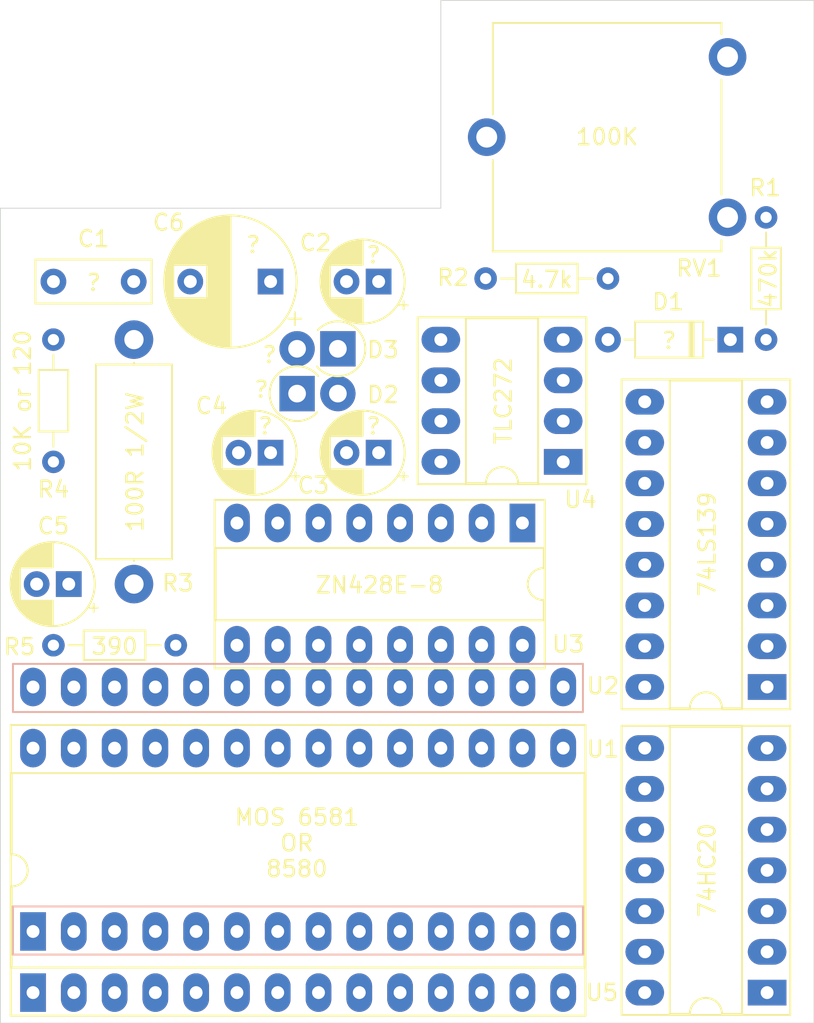
<source format=kicad_pcb>
(kicad_pcb (version 20171130) (host pcbnew 5.1.12)

  (general
    (thickness 1.6)
    (drawings 15)
    (tracks 0)
    (zones 0)
    (modules 21)
    (nets 103)
  )

  (page A4)
  (title_block
    (title ReBlast)
    (date 2022-10-27)
    (rev 1git)
    (company SukkoPera)
  )

  (layers
    (0 F.Cu signal)
    (31 B.Cu signal)
    (36 B.SilkS user)
    (37 F.SilkS user)
    (38 B.Mask user)
    (39 F.Mask user)
    (41 Cmts.User user hide)
    (44 Edge.Cuts user)
    (45 Margin user hide)
    (46 B.CrtYd user hide)
    (47 F.CrtYd user hide)
    (49 F.Fab user hide)
  )

  (setup
    (last_trace_width 0.25)
    (trace_clearance 0.2)
    (zone_clearance 0.508)
    (zone_45_only no)
    (trace_min 0.2)
    (via_size 0.8)
    (via_drill 0.4)
    (via_min_size 0.4)
    (via_min_drill 0.3)
    (uvia_size 0.3)
    (uvia_drill 0.1)
    (uvias_allowed no)
    (uvia_min_size 0.2)
    (uvia_min_drill 0.1)
    (edge_width 0.05)
    (segment_width 0.2)
    (pcb_text_width 0.3)
    (pcb_text_size 1.5 1.5)
    (mod_edge_width 0.12)
    (mod_text_size 1 1)
    (mod_text_width 0.15)
    (pad_size 1.524 1.524)
    (pad_drill 0.762)
    (pad_to_mask_clearance 0)
    (aux_axis_origin 0 0)
    (visible_elements FFFFF77F)
    (pcbplotparams
      (layerselection 0x010fc_ffffffff)
      (usegerberextensions false)
      (usegerberattributes true)
      (usegerberadvancedattributes true)
      (creategerberjobfile true)
      (excludeedgelayer true)
      (linewidth 0.100000)
      (plotframeref false)
      (viasonmask false)
      (mode 1)
      (useauxorigin false)
      (hpglpennumber 1)
      (hpglpenspeed 20)
      (hpglpendiameter 15.000000)
      (psnegative false)
      (psa4output false)
      (plotreference true)
      (plotvalue true)
      (plotinvisibletext false)
      (padsonsilk false)
      (subtractmaskfromsilk false)
      (outputformat 1)
      (mirror false)
      (drillshape 1)
      (scaleselection 1)
      (outputdirectory ""))
  )

  (net 0 "")
  (net 1 "Net-(C1-Pad1)")
  (net 2 "Net-(C1-Pad2)")
  (net 3 "Net-(C2-Pad1)")
  (net 4 "Net-(C2-Pad2)")
  (net 5 GNDA)
  (net 6 "Net-(C3-Pad1)")
  (net 7 "Net-(C4-Pad1)")
  (net 8 "Net-(C4-Pad2)")
  (net 9 "Net-(C5-Pad2)")
  (net 10 "Net-(C5-Pad1)")
  (net 11 "Net-(C6-Pad1)")
  (net 12 "Net-(C6-Pad2)")
  (net 13 "Net-(D1-Pad1)")
  (net 14 "Net-(D1-Pad2)")
  (net 15 "Net-(D2-Pad1)")
  (net 16 "Net-(D2-Pad2)")
  (net 17 "Net-(D3-Pad2)")
  (net 18 "Net-(D3-Pad1)")
  (net 19 /cap_1a)
  (net 20 /cap_1b)
  (net 21 /cap_2a)
  (net 22 /cap_2b)
  (net 23 /~reset)
  (net 24 /phi2)
  (net 25 /r_~w)
  (net 26 /~cs)
  (net 27 "Net-(J1-Pad9)")
  (net 28 "Net-(J1-Pad10)")
  (net 29 "Net-(J1-Pad11)")
  (net 30 "Net-(J1-Pad12)")
  (net 31 "Net-(J1-Pad13)")
  (net 32 GNDD)
  (net 33 /d0)
  (net 34 /d1)
  (net 35 /d2)
  (net 36 /d3)
  (net 37 /d4)
  (net 38 /d5)
  (net 39 /d6)
  (net 40 /d7)
  (net 41 /poty)
  (net 42 /potx)
  (net 43 +5V)
  (net 44 "Net-(J1-Pad26)")
  (net 45 /sid_out)
  (net 46 +9V)
  (net 47 "Net-(R1-Pad1)")
  (net 48 "Net-(R1-Pad2)")
  (net 49 "Net-(R2-Pad2)")
  (net 50 "Net-(R2-Pad1)")
  (net 51 "Net-(R3-Pad1)")
  (net 52 "Net-(R3-Pad2)")
  (net 53 "Net-(R4-Pad1)")
  (net 54 "Net-(R4-Pad2)")
  (net 55 "Net-(RV1-Pad3)")
  (net 56 "Net-(RV1-Pad2)")
  (net 57 "Net-(RV1-Pad1)")
  (net 58 "Net-(U1-Pad1)")
  (net 59 "Net-(U1-Pad8)")
  (net 60 "Net-(U1-Pad2)")
  (net 61 "Net-(U1-Pad9)")
  (net 62 "Net-(U1-Pad10)")
  (net 63 "Net-(U1-Pad4)")
  (net 64 "Net-(U1-Pad5)")
  (net 65 "Net-(U1-Pad12)")
  (net 66 "Net-(U1-Pad6)")
  (net 67 "Net-(U1-Pad13)")
  (net 68 "Net-(U1-Pad7)")
  (net 69 "Net-(U1-Pad14)")
  (net 70 "Net-(U2-Pad16)")
  (net 71 "Net-(U2-Pad8)")
  (net 72 "Net-(U2-Pad15)")
  (net 73 "Net-(U2-Pad7)")
  (net 74 "Net-(U2-Pad14)")
  (net 75 "Net-(U2-Pad6)")
  (net 76 "Net-(U2-Pad13)")
  (net 77 "Net-(U2-Pad5)")
  (net 78 "Net-(U2-Pad12)")
  (net 79 "Net-(U2-Pad4)")
  (net 80 "Net-(U2-Pad11)")
  (net 81 "Net-(U2-Pad3)")
  (net 82 "Net-(U2-Pad10)")
  (net 83 "Net-(U2-Pad2)")
  (net 84 "Net-(U2-Pad9)")
  (net 85 "Net-(U2-Pad1)")
  (net 86 "Net-(U3-Pad3)")
  (net 87 "Net-(U3-Pad4)")
  (net 88 "Net-(U3-Pad5)")
  (net 89 "Net-(U4-Pad1)")
  (net 90 "Net-(U4-Pad5)")
  (net 91 "Net-(U4-Pad2)")
  (net 92 "Net-(U4-Pad6)")
  (net 93 "Net-(U4-Pad3)")
  (net 94 "Net-(U4-Pad7)")
  (net 95 "Net-(U4-Pad4)")
  (net 96 "Net-(U4-Pad8)")
  (net 97 "Net-(U5-Pad9)")
  (net 98 "Net-(U5-Pad10)")
  (net 99 "Net-(U5-Pad11)")
  (net 100 "Net-(U5-Pad12)")
  (net 101 /audio_in)
  (net 102 "Net-(U5-Pad13)")

  (net_class Default "This is the default net class."
    (clearance 0.2)
    (trace_width 0.25)
    (via_dia 0.8)
    (via_drill 0.4)
    (uvia_dia 0.3)
    (uvia_drill 0.1)
    (add_net +5V)
    (add_net +9V)
    (add_net /audio_in)
    (add_net /cap_1a)
    (add_net /cap_1b)
    (add_net /cap_2a)
    (add_net /cap_2b)
    (add_net /d0)
    (add_net /d1)
    (add_net /d2)
    (add_net /d3)
    (add_net /d4)
    (add_net /d5)
    (add_net /d6)
    (add_net /d7)
    (add_net /phi2)
    (add_net /potx)
    (add_net /poty)
    (add_net /r_~w)
    (add_net /sid_out)
    (add_net /~cs)
    (add_net /~reset)
    (add_net GNDA)
    (add_net GNDD)
    (add_net "Net-(C1-Pad1)")
    (add_net "Net-(C1-Pad2)")
    (add_net "Net-(C2-Pad1)")
    (add_net "Net-(C2-Pad2)")
    (add_net "Net-(C3-Pad1)")
    (add_net "Net-(C4-Pad1)")
    (add_net "Net-(C4-Pad2)")
    (add_net "Net-(C5-Pad1)")
    (add_net "Net-(C5-Pad2)")
    (add_net "Net-(C6-Pad1)")
    (add_net "Net-(C6-Pad2)")
    (add_net "Net-(D1-Pad1)")
    (add_net "Net-(D1-Pad2)")
    (add_net "Net-(D2-Pad1)")
    (add_net "Net-(D2-Pad2)")
    (add_net "Net-(D3-Pad1)")
    (add_net "Net-(D3-Pad2)")
    (add_net "Net-(J1-Pad10)")
    (add_net "Net-(J1-Pad11)")
    (add_net "Net-(J1-Pad12)")
    (add_net "Net-(J1-Pad13)")
    (add_net "Net-(J1-Pad26)")
    (add_net "Net-(J1-Pad9)")
    (add_net "Net-(R1-Pad1)")
    (add_net "Net-(R1-Pad2)")
    (add_net "Net-(R2-Pad1)")
    (add_net "Net-(R2-Pad2)")
    (add_net "Net-(R3-Pad1)")
    (add_net "Net-(R3-Pad2)")
    (add_net "Net-(R4-Pad1)")
    (add_net "Net-(R4-Pad2)")
    (add_net "Net-(RV1-Pad1)")
    (add_net "Net-(RV1-Pad2)")
    (add_net "Net-(RV1-Pad3)")
    (add_net "Net-(U1-Pad1)")
    (add_net "Net-(U1-Pad10)")
    (add_net "Net-(U1-Pad12)")
    (add_net "Net-(U1-Pad13)")
    (add_net "Net-(U1-Pad14)")
    (add_net "Net-(U1-Pad2)")
    (add_net "Net-(U1-Pad4)")
    (add_net "Net-(U1-Pad5)")
    (add_net "Net-(U1-Pad6)")
    (add_net "Net-(U1-Pad7)")
    (add_net "Net-(U1-Pad8)")
    (add_net "Net-(U1-Pad9)")
    (add_net "Net-(U2-Pad1)")
    (add_net "Net-(U2-Pad10)")
    (add_net "Net-(U2-Pad11)")
    (add_net "Net-(U2-Pad12)")
    (add_net "Net-(U2-Pad13)")
    (add_net "Net-(U2-Pad14)")
    (add_net "Net-(U2-Pad15)")
    (add_net "Net-(U2-Pad16)")
    (add_net "Net-(U2-Pad2)")
    (add_net "Net-(U2-Pad3)")
    (add_net "Net-(U2-Pad4)")
    (add_net "Net-(U2-Pad5)")
    (add_net "Net-(U2-Pad6)")
    (add_net "Net-(U2-Pad7)")
    (add_net "Net-(U2-Pad8)")
    (add_net "Net-(U2-Pad9)")
    (add_net "Net-(U3-Pad3)")
    (add_net "Net-(U3-Pad4)")
    (add_net "Net-(U3-Pad5)")
    (add_net "Net-(U4-Pad1)")
    (add_net "Net-(U4-Pad2)")
    (add_net "Net-(U4-Pad3)")
    (add_net "Net-(U4-Pad4)")
    (add_net "Net-(U4-Pad5)")
    (add_net "Net-(U4-Pad6)")
    (add_net "Net-(U4-Pad7)")
    (add_net "Net-(U4-Pad8)")
    (add_net "Net-(U5-Pad10)")
    (add_net "Net-(U5-Pad11)")
    (add_net "Net-(U5-Pad12)")
    (add_net "Net-(U5-Pad13)")
    (add_net "Net-(U5-Pad9)")
  )

  (module ReBlast:DIP-28_Socket_LongPads (layer F.Cu) (tedit 6359A9B3) (tstamp 635AA71C)
    (at 129.032 121.158 90)
    (descr "28-lead though-hole mounted DIP package, row spacing 15.24 mm (600 mils), Socket, LongPads")
    (tags "THT DIP DIL PDIP 2.54mm 15.24mm 600mil Socket LongPads")
    (path /63890F9D)
    (fp_text reference J1 (at 7.62 -2.33 90) (layer B.SilkS) hide
      (effects (font (size 1 1) (thickness 0.15)))
    )
    (fp_text value MOS_8580_Socket (at 7.62 35.35 90) (layer F.Fab)
      (effects (font (size 1 1) (thickness 0.15)))
    )
    (fp_text user %R (at 7.62 16.51 90) (layer F.Fab)
      (effects (font (size 1 1) (thickness 0.15)))
    )
    (fp_line (start 16.8 -1.6) (end -1.55 -1.6) (layer F.CrtYd) (width 0.05))
    (fp_line (start 16.8 34.65) (end 16.8 -1.6) (layer F.CrtYd) (width 0.05))
    (fp_line (start -1.55 34.65) (end 16.8 34.65) (layer F.CrtYd) (width 0.05))
    (fp_line (start -1.55 -1.6) (end -1.55 34.65) (layer F.CrtYd) (width 0.05))
    (fp_line (start 1.56 -1.25) (end -1.44 -1.25) (layer B.SilkS) (width 0.12))
    (fp_line (start 16.68 34.25) (end 16.68 -1.25) (layer B.SilkS) (width 0.12))
    (fp_line (start -1.44 34.25) (end 1.56 34.25) (layer B.SilkS) (width 0.12))
    (fp_line (start -1.44 -1.25) (end -1.44 34.25) (layer B.SilkS) (width 0.12))
    (fp_line (start 13.68 -1.25) (end 16.68 -1.25) (layer B.SilkS) (width 0.12))
    (fp_line (start 13.68 34.25) (end 13.68 -1.25) (layer B.SilkS) (width 0.12))
    (fp_line (start 13.68 34.25) (end 16.68 34.25) (layer B.SilkS) (width 0.12))
    (fp_line (start 1.56 -1.25) (end 1.56 34.25) (layer B.SilkS) (width 0.12))
    (fp_line (start 16.51 -1.33) (end -1.27 -1.33) (layer F.Fab) (width 0.1))
    (fp_line (start 16.51 34.35) (end 16.51 -1.33) (layer F.Fab) (width 0.1))
    (fp_line (start -1.27 34.35) (end 16.51 34.35) (layer F.Fab) (width 0.1))
    (fp_line (start -1.27 -1.33) (end -1.27 34.35) (layer F.Fab) (width 0.1))
    (fp_line (start 0.255 -0.27) (end 1.255 -1.27) (layer F.Fab) (width 0.1))
    (fp_line (start 0.255 34.29) (end 0.255 -0.27) (layer F.Fab) (width 0.1))
    (fp_line (start 14.985 34.29) (end 0.255 34.29) (layer F.Fab) (width 0.1))
    (fp_line (start 14.985 -1.27) (end 14.985 34.29) (layer F.Fab) (width 0.1))
    (fp_line (start 1.255 -1.27) (end 14.985 -1.27) (layer F.Fab) (width 0.1))
    (pad 1 thru_hole rect (at 0 0 90) (size 2.4 1.6) (drill 0.8) (layers *.Cu *.Mask)
      (net 19 /cap_1a))
    (pad 15 thru_hole oval (at 15.24 33.02 90) (size 2.4 1.6) (drill 0.8) (layers *.Cu *.Mask)
      (net 33 /d0))
    (pad 2 thru_hole oval (at 0 2.54 90) (size 2.4 1.6) (drill 0.8) (layers *.Cu *.Mask)
      (net 20 /cap_1b))
    (pad 16 thru_hole oval (at 15.24 30.48 90) (size 2.4 1.6) (drill 0.8) (layers *.Cu *.Mask)
      (net 34 /d1))
    (pad 3 thru_hole oval (at 0 5.08 90) (size 2.4 1.6) (drill 0.8) (layers *.Cu *.Mask)
      (net 21 /cap_2a))
    (pad 17 thru_hole oval (at 15.24 27.94 90) (size 2.4 1.6) (drill 0.8) (layers *.Cu *.Mask)
      (net 35 /d2))
    (pad 4 thru_hole oval (at 0 7.62 90) (size 2.4 1.6) (drill 0.8) (layers *.Cu *.Mask)
      (net 22 /cap_2b))
    (pad 18 thru_hole oval (at 15.24 25.4 90) (size 2.4 1.6) (drill 0.8) (layers *.Cu *.Mask)
      (net 36 /d3))
    (pad 5 thru_hole oval (at 0 10.16 90) (size 2.4 1.6) (drill 0.8) (layers *.Cu *.Mask)
      (net 23 /~reset))
    (pad 19 thru_hole oval (at 15.24 22.86 90) (size 2.4 1.6) (drill 0.8) (layers *.Cu *.Mask)
      (net 37 /d4))
    (pad 6 thru_hole oval (at 0 12.7 90) (size 2.4 1.6) (drill 0.8) (layers *.Cu *.Mask)
      (net 24 /phi2))
    (pad 20 thru_hole oval (at 15.24 20.32 90) (size 2.4 1.6) (drill 0.8) (layers *.Cu *.Mask)
      (net 38 /d5))
    (pad 7 thru_hole oval (at 0 15.24 90) (size 2.4 1.6) (drill 0.8) (layers *.Cu *.Mask)
      (net 25 /r_~w))
    (pad 21 thru_hole oval (at 15.24 17.78 90) (size 2.4 1.6) (drill 0.8) (layers *.Cu *.Mask)
      (net 39 /d6))
    (pad 8 thru_hole oval (at 0 17.78 90) (size 2.4 1.6) (drill 0.8) (layers *.Cu *.Mask)
      (net 26 /~cs))
    (pad 22 thru_hole oval (at 15.24 15.24 90) (size 2.4 1.6) (drill 0.8) (layers *.Cu *.Mask)
      (net 40 /d7))
    (pad 9 thru_hole oval (at 0 20.32 90) (size 2.4 1.6) (drill 0.8) (layers *.Cu *.Mask)
      (net 27 "Net-(J1-Pad9)"))
    (pad 23 thru_hole oval (at 15.24 12.7 90) (size 2.4 1.6) (drill 0.8) (layers *.Cu *.Mask)
      (net 41 /poty))
    (pad 10 thru_hole oval (at 0 22.86 90) (size 2.4 1.6) (drill 0.8) (layers *.Cu *.Mask)
      (net 28 "Net-(J1-Pad10)"))
    (pad 24 thru_hole oval (at 15.24 10.16 90) (size 2.4 1.6) (drill 0.8) (layers *.Cu *.Mask)
      (net 42 /potx))
    (pad 11 thru_hole oval (at 0 25.4 90) (size 2.4 1.6) (drill 0.8) (layers *.Cu *.Mask)
      (net 29 "Net-(J1-Pad11)"))
    (pad 25 thru_hole oval (at 15.24 7.62 90) (size 2.4 1.6) (drill 0.8) (layers *.Cu *.Mask)
      (net 43 +5V))
    (pad 12 thru_hole oval (at 0 27.94 90) (size 2.4 1.6) (drill 0.8) (layers *.Cu *.Mask)
      (net 30 "Net-(J1-Pad12)"))
    (pad 26 thru_hole oval (at 15.24 5.08 90) (size 2.4 1.6) (drill 0.8) (layers *.Cu *.Mask)
      (net 44 "Net-(J1-Pad26)"))
    (pad 13 thru_hole oval (at 0 30.48 90) (size 2.4 1.6) (drill 0.8) (layers *.Cu *.Mask)
      (net 31 "Net-(J1-Pad13)"))
    (pad 27 thru_hole oval (at 15.24 2.54 90) (size 2.4 1.6) (drill 0.8) (layers *.Cu *.Mask)
      (net 45 /sid_out))
    (pad 14 thru_hole oval (at 0 33.02 90) (size 2.4 1.6) (drill 0.8) (layers *.Cu *.Mask)
      (net 32 GNDD))
    (pad 28 thru_hole oval (at 15.24 0 90) (size 2.4 1.6) (drill 0.8) (layers *.Cu *.Mask)
      (net 46 +9V))
    (model ${KISYS3DMOD}/Connector_PinHeader_2.54mm.3dshapes/PinHeader_1x14_P2.54mm_Vertical.step
      (offset (xyz 0 0 -1.85))
      (scale (xyz 1 1 1))
      (rotate (xyz 0 180 0))
    )
    (model ${KISYS3DMOD}/Connector_PinHeader_2.54mm.3dshapes/PinHeader_1x14_P2.54mm_Vertical.step
      (offset (xyz 15.24 0 -1.85))
      (scale (xyz 1 1 1))
      (rotate (xyz 0 180 0))
    )
  )

  (module Capacitor_THT:C_Disc_D7.0mm_W2.5mm_P5.00mm (layer F.Cu) (tedit 5AE50EF0) (tstamp 635A08EC)
    (at 135.302 80.645 180)
    (descr "C, Disc series, Radial, pin pitch=5.00mm, , diameter*width=7*2.5mm^2, Capacitor, http://cdn-reichelt.de/documents/datenblatt/B300/DS_KERKO_TC.pdf")
    (tags "C Disc series Radial pin pitch 5.00mm  diameter 7mm width 2.5mm Capacitor")
    (path /637F3978)
    (fp_text reference C1 (at 2.5 2.667) (layer F.SilkS)
      (effects (font (size 1 1) (thickness 0.15)))
    )
    (fp_text value CERAMIC (at 2.5 2.5) (layer F.Fab)
      (effects (font (size 1 1) (thickness 0.15)))
    )
    (fp_text user %R (at 2.5 0) (layer F.Fab)
      (effects (font (size 1 1) (thickness 0.15)))
    )
    (fp_line (start 6.25 -1.5) (end -1.25 -1.5) (layer F.CrtYd) (width 0.05))
    (fp_line (start 6.25 1.5) (end 6.25 -1.5) (layer F.CrtYd) (width 0.05))
    (fp_line (start -1.25 1.5) (end 6.25 1.5) (layer F.CrtYd) (width 0.05))
    (fp_line (start -1.25 -1.5) (end -1.25 1.5) (layer F.CrtYd) (width 0.05))
    (fp_line (start 6.12 -1.37) (end 6.12 1.37) (layer F.SilkS) (width 0.12))
    (fp_line (start -1.12 -1.37) (end -1.12 1.37) (layer F.SilkS) (width 0.12))
    (fp_line (start -1.12 1.37) (end 6.12 1.37) (layer F.SilkS) (width 0.12))
    (fp_line (start -1.12 -1.37) (end 6.12 -1.37) (layer F.SilkS) (width 0.12))
    (fp_line (start 6 -1.25) (end -1 -1.25) (layer F.Fab) (width 0.1))
    (fp_line (start 6 1.25) (end 6 -1.25) (layer F.Fab) (width 0.1))
    (fp_line (start -1 1.25) (end 6 1.25) (layer F.Fab) (width 0.1))
    (fp_line (start -1 -1.25) (end -1 1.25) (layer F.Fab) (width 0.1))
    (pad 2 thru_hole circle (at 5 0 180) (size 1.6 1.6) (drill 0.8) (layers *.Cu *.Mask)
      (net 2 "Net-(C1-Pad2)"))
    (pad 1 thru_hole circle (at 0 0 180) (size 1.6 1.6) (drill 0.8) (layers *.Cu *.Mask)
      (net 1 "Net-(C1-Pad1)"))
    (model ${KISYS3DMOD}/Capacitor_THT.3dshapes/C_Disc_D7.0mm_W2.5mm_P5.00mm.wrl
      (at (xyz 0 0 0))
      (scale (xyz 1 1 1))
      (rotate (xyz 0 0 0))
    )
  )

  (module Capacitor_THT:CP_Radial_D5.0mm_P2.00mm (layer F.Cu) (tedit 5AE50EF0) (tstamp 635A096F)
    (at 150.5585 80.645 180)
    (descr "CP, Radial series, Radial, pin pitch=2.00mm, , diameter=5mm, Electrolytic Capacitor")
    (tags "CP Radial series Radial pin pitch 2.00mm  diameter 5mm Electrolytic Capacitor")
    (path /637F1A4A)
    (fp_text reference C2 (at 3.937 2.413) (layer F.SilkS)
      (effects (font (size 1 1) (thickness 0.15)))
    )
    (fp_text value C_TANTALUM (at 1 3.75) (layer F.Fab)
      (effects (font (size 1 1) (thickness 0.15)))
    )
    (fp_circle (center 1 0) (end 3.5 0) (layer F.Fab) (width 0.1))
    (fp_circle (center 1 0) (end 3.62 0) (layer F.SilkS) (width 0.12))
    (fp_circle (center 1 0) (end 3.75 0) (layer F.CrtYd) (width 0.05))
    (fp_line (start -1.133605 -1.0875) (end -0.633605 -1.0875) (layer F.Fab) (width 0.1))
    (fp_line (start -0.883605 -1.3375) (end -0.883605 -0.8375) (layer F.Fab) (width 0.1))
    (fp_line (start 1 1.04) (end 1 2.58) (layer F.SilkS) (width 0.12))
    (fp_line (start 1 -2.58) (end 1 -1.04) (layer F.SilkS) (width 0.12))
    (fp_line (start 1.04 1.04) (end 1.04 2.58) (layer F.SilkS) (width 0.12))
    (fp_line (start 1.04 -2.58) (end 1.04 -1.04) (layer F.SilkS) (width 0.12))
    (fp_line (start 1.08 -2.579) (end 1.08 -1.04) (layer F.SilkS) (width 0.12))
    (fp_line (start 1.08 1.04) (end 1.08 2.579) (layer F.SilkS) (width 0.12))
    (fp_line (start 1.12 -2.578) (end 1.12 -1.04) (layer F.SilkS) (width 0.12))
    (fp_line (start 1.12 1.04) (end 1.12 2.578) (layer F.SilkS) (width 0.12))
    (fp_line (start 1.16 -2.576) (end 1.16 -1.04) (layer F.SilkS) (width 0.12))
    (fp_line (start 1.16 1.04) (end 1.16 2.576) (layer F.SilkS) (width 0.12))
    (fp_line (start 1.2 -2.573) (end 1.2 -1.04) (layer F.SilkS) (width 0.12))
    (fp_line (start 1.2 1.04) (end 1.2 2.573) (layer F.SilkS) (width 0.12))
    (fp_line (start 1.24 -2.569) (end 1.24 -1.04) (layer F.SilkS) (width 0.12))
    (fp_line (start 1.24 1.04) (end 1.24 2.569) (layer F.SilkS) (width 0.12))
    (fp_line (start 1.28 -2.565) (end 1.28 -1.04) (layer F.SilkS) (width 0.12))
    (fp_line (start 1.28 1.04) (end 1.28 2.565) (layer F.SilkS) (width 0.12))
    (fp_line (start 1.32 -2.561) (end 1.32 -1.04) (layer F.SilkS) (width 0.12))
    (fp_line (start 1.32 1.04) (end 1.32 2.561) (layer F.SilkS) (width 0.12))
    (fp_line (start 1.36 -2.556) (end 1.36 -1.04) (layer F.SilkS) (width 0.12))
    (fp_line (start 1.36 1.04) (end 1.36 2.556) (layer F.SilkS) (width 0.12))
    (fp_line (start 1.4 -2.55) (end 1.4 -1.04) (layer F.SilkS) (width 0.12))
    (fp_line (start 1.4 1.04) (end 1.4 2.55) (layer F.SilkS) (width 0.12))
    (fp_line (start 1.44 -2.543) (end 1.44 -1.04) (layer F.SilkS) (width 0.12))
    (fp_line (start 1.44 1.04) (end 1.44 2.543) (layer F.SilkS) (width 0.12))
    (fp_line (start 1.48 -2.536) (end 1.48 -1.04) (layer F.SilkS) (width 0.12))
    (fp_line (start 1.48 1.04) (end 1.48 2.536) (layer F.SilkS) (width 0.12))
    (fp_line (start 1.52 -2.528) (end 1.52 -1.04) (layer F.SilkS) (width 0.12))
    (fp_line (start 1.52 1.04) (end 1.52 2.528) (layer F.SilkS) (width 0.12))
    (fp_line (start 1.56 -2.52) (end 1.56 -1.04) (layer F.SilkS) (width 0.12))
    (fp_line (start 1.56 1.04) (end 1.56 2.52) (layer F.SilkS) (width 0.12))
    (fp_line (start 1.6 -2.511) (end 1.6 -1.04) (layer F.SilkS) (width 0.12))
    (fp_line (start 1.6 1.04) (end 1.6 2.511) (layer F.SilkS) (width 0.12))
    (fp_line (start 1.64 -2.501) (end 1.64 -1.04) (layer F.SilkS) (width 0.12))
    (fp_line (start 1.64 1.04) (end 1.64 2.501) (layer F.SilkS) (width 0.12))
    (fp_line (start 1.68 -2.491) (end 1.68 -1.04) (layer F.SilkS) (width 0.12))
    (fp_line (start 1.68 1.04) (end 1.68 2.491) (layer F.SilkS) (width 0.12))
    (fp_line (start 1.721 -2.48) (end 1.721 -1.04) (layer F.SilkS) (width 0.12))
    (fp_line (start 1.721 1.04) (end 1.721 2.48) (layer F.SilkS) (width 0.12))
    (fp_line (start 1.761 -2.468) (end 1.761 -1.04) (layer F.SilkS) (width 0.12))
    (fp_line (start 1.761 1.04) (end 1.761 2.468) (layer F.SilkS) (width 0.12))
    (fp_line (start 1.801 -2.455) (end 1.801 -1.04) (layer F.SilkS) (width 0.12))
    (fp_line (start 1.801 1.04) (end 1.801 2.455) (layer F.SilkS) (width 0.12))
    (fp_line (start 1.841 -2.442) (end 1.841 -1.04) (layer F.SilkS) (width 0.12))
    (fp_line (start 1.841 1.04) (end 1.841 2.442) (layer F.SilkS) (width 0.12))
    (fp_line (start 1.881 -2.428) (end 1.881 -1.04) (layer F.SilkS) (width 0.12))
    (fp_line (start 1.881 1.04) (end 1.881 2.428) (layer F.SilkS) (width 0.12))
    (fp_line (start 1.921 -2.414) (end 1.921 -1.04) (layer F.SilkS) (width 0.12))
    (fp_line (start 1.921 1.04) (end 1.921 2.414) (layer F.SilkS) (width 0.12))
    (fp_line (start 1.961 -2.398) (end 1.961 -1.04) (layer F.SilkS) (width 0.12))
    (fp_line (start 1.961 1.04) (end 1.961 2.398) (layer F.SilkS) (width 0.12))
    (fp_line (start 2.001 -2.382) (end 2.001 -1.04) (layer F.SilkS) (width 0.12))
    (fp_line (start 2.001 1.04) (end 2.001 2.382) (layer F.SilkS) (width 0.12))
    (fp_line (start 2.041 -2.365) (end 2.041 -1.04) (layer F.SilkS) (width 0.12))
    (fp_line (start 2.041 1.04) (end 2.041 2.365) (layer F.SilkS) (width 0.12))
    (fp_line (start 2.081 -2.348) (end 2.081 -1.04) (layer F.SilkS) (width 0.12))
    (fp_line (start 2.081 1.04) (end 2.081 2.348) (layer F.SilkS) (width 0.12))
    (fp_line (start 2.121 -2.329) (end 2.121 -1.04) (layer F.SilkS) (width 0.12))
    (fp_line (start 2.121 1.04) (end 2.121 2.329) (layer F.SilkS) (width 0.12))
    (fp_line (start 2.161 -2.31) (end 2.161 -1.04) (layer F.SilkS) (width 0.12))
    (fp_line (start 2.161 1.04) (end 2.161 2.31) (layer F.SilkS) (width 0.12))
    (fp_line (start 2.201 -2.29) (end 2.201 -1.04) (layer F.SilkS) (width 0.12))
    (fp_line (start 2.201 1.04) (end 2.201 2.29) (layer F.SilkS) (width 0.12))
    (fp_line (start 2.241 -2.268) (end 2.241 -1.04) (layer F.SilkS) (width 0.12))
    (fp_line (start 2.241 1.04) (end 2.241 2.268) (layer F.SilkS) (width 0.12))
    (fp_line (start 2.281 -2.247) (end 2.281 -1.04) (layer F.SilkS) (width 0.12))
    (fp_line (start 2.281 1.04) (end 2.281 2.247) (layer F.SilkS) (width 0.12))
    (fp_line (start 2.321 -2.224) (end 2.321 -1.04) (layer F.SilkS) (width 0.12))
    (fp_line (start 2.321 1.04) (end 2.321 2.224) (layer F.SilkS) (width 0.12))
    (fp_line (start 2.361 -2.2) (end 2.361 -1.04) (layer F.SilkS) (width 0.12))
    (fp_line (start 2.361 1.04) (end 2.361 2.2) (layer F.SilkS) (width 0.12))
    (fp_line (start 2.401 -2.175) (end 2.401 -1.04) (layer F.SilkS) (width 0.12))
    (fp_line (start 2.401 1.04) (end 2.401 2.175) (layer F.SilkS) (width 0.12))
    (fp_line (start 2.441 -2.149) (end 2.441 -1.04) (layer F.SilkS) (width 0.12))
    (fp_line (start 2.441 1.04) (end 2.441 2.149) (layer F.SilkS) (width 0.12))
    (fp_line (start 2.481 -2.122) (end 2.481 -1.04) (layer F.SilkS) (width 0.12))
    (fp_line (start 2.481 1.04) (end 2.481 2.122) (layer F.SilkS) (width 0.12))
    (fp_line (start 2.521 -2.095) (end 2.521 -1.04) (layer F.SilkS) (width 0.12))
    (fp_line (start 2.521 1.04) (end 2.521 2.095) (layer F.SilkS) (width 0.12))
    (fp_line (start 2.561 -2.065) (end 2.561 -1.04) (layer F.SilkS) (width 0.12))
    (fp_line (start 2.561 1.04) (end 2.561 2.065) (layer F.SilkS) (width 0.12))
    (fp_line (start 2.601 -2.035) (end 2.601 -1.04) (layer F.SilkS) (width 0.12))
    (fp_line (start 2.601 1.04) (end 2.601 2.035) (layer F.SilkS) (width 0.12))
    (fp_line (start 2.641 -2.004) (end 2.641 -1.04) (layer F.SilkS) (width 0.12))
    (fp_line (start 2.641 1.04) (end 2.641 2.004) (layer F.SilkS) (width 0.12))
    (fp_line (start 2.681 -1.971) (end 2.681 -1.04) (layer F.SilkS) (width 0.12))
    (fp_line (start 2.681 1.04) (end 2.681 1.971) (layer F.SilkS) (width 0.12))
    (fp_line (start 2.721 -1.937) (end 2.721 -1.04) (layer F.SilkS) (width 0.12))
    (fp_line (start 2.721 1.04) (end 2.721 1.937) (layer F.SilkS) (width 0.12))
    (fp_line (start 2.761 -1.901) (end 2.761 -1.04) (layer F.SilkS) (width 0.12))
    (fp_line (start 2.761 1.04) (end 2.761 1.901) (layer F.SilkS) (width 0.12))
    (fp_line (start 2.801 -1.864) (end 2.801 -1.04) (layer F.SilkS) (width 0.12))
    (fp_line (start 2.801 1.04) (end 2.801 1.864) (layer F.SilkS) (width 0.12))
    (fp_line (start 2.841 -1.826) (end 2.841 -1.04) (layer F.SilkS) (width 0.12))
    (fp_line (start 2.841 1.04) (end 2.841 1.826) (layer F.SilkS) (width 0.12))
    (fp_line (start 2.881 -1.785) (end 2.881 -1.04) (layer F.SilkS) (width 0.12))
    (fp_line (start 2.881 1.04) (end 2.881 1.785) (layer F.SilkS) (width 0.12))
    (fp_line (start 2.921 -1.743) (end 2.921 -1.04) (layer F.SilkS) (width 0.12))
    (fp_line (start 2.921 1.04) (end 2.921 1.743) (layer F.SilkS) (width 0.12))
    (fp_line (start 2.961 -1.699) (end 2.961 -1.04) (layer F.SilkS) (width 0.12))
    (fp_line (start 2.961 1.04) (end 2.961 1.699) (layer F.SilkS) (width 0.12))
    (fp_line (start 3.001 -1.653) (end 3.001 -1.04) (layer F.SilkS) (width 0.12))
    (fp_line (start 3.001 1.04) (end 3.001 1.653) (layer F.SilkS) (width 0.12))
    (fp_line (start 3.041 -1.605) (end 3.041 1.605) (layer F.SilkS) (width 0.12))
    (fp_line (start 3.081 -1.554) (end 3.081 1.554) (layer F.SilkS) (width 0.12))
    (fp_line (start 3.121 -1.5) (end 3.121 1.5) (layer F.SilkS) (width 0.12))
    (fp_line (start 3.161 -1.443) (end 3.161 1.443) (layer F.SilkS) (width 0.12))
    (fp_line (start 3.201 -1.383) (end 3.201 1.383) (layer F.SilkS) (width 0.12))
    (fp_line (start 3.241 -1.319) (end 3.241 1.319) (layer F.SilkS) (width 0.12))
    (fp_line (start 3.281 -1.251) (end 3.281 1.251) (layer F.SilkS) (width 0.12))
    (fp_line (start 3.321 -1.178) (end 3.321 1.178) (layer F.SilkS) (width 0.12))
    (fp_line (start 3.361 -1.098) (end 3.361 1.098) (layer F.SilkS) (width 0.12))
    (fp_line (start 3.401 -1.011) (end 3.401 1.011) (layer F.SilkS) (width 0.12))
    (fp_line (start 3.441 -0.915) (end 3.441 0.915) (layer F.SilkS) (width 0.12))
    (fp_line (start 3.481 -0.805) (end 3.481 0.805) (layer F.SilkS) (width 0.12))
    (fp_line (start 3.521 -0.677) (end 3.521 0.677) (layer F.SilkS) (width 0.12))
    (fp_line (start 3.561 -0.518) (end 3.561 0.518) (layer F.SilkS) (width 0.12))
    (fp_line (start 3.601 -0.284) (end 3.601 0.284) (layer F.SilkS) (width 0.12))
    (fp_line (start -1.804775 -1.475) (end -1.304775 -1.475) (layer F.SilkS) (width 0.12))
    (fp_line (start -1.554775 -1.725) (end -1.554775 -1.225) (layer F.SilkS) (width 0.12))
    (fp_text user %R (at 1 0) (layer F.Fab)
      (effects (font (size 1 1) (thickness 0.15)))
    )
    (pad 1 thru_hole rect (at 0 0 180) (size 1.6 1.6) (drill 0.8) (layers *.Cu *.Mask)
      (net 3 "Net-(C2-Pad1)"))
    (pad 2 thru_hole circle (at 2 0 180) (size 1.6 1.6) (drill 0.8) (layers *.Cu *.Mask)
      (net 4 "Net-(C2-Pad2)"))
    (model ${KISYS3DMOD}/Capacitor_THT.3dshapes/CP_Radial_D5.0mm_P2.00mm.wrl
      (at (xyz 0 0 0))
      (scale (xyz 1 1 1))
      (rotate (xyz 0 0 0))
    )
  )

  (module Capacitor_THT:CP_Radial_D5.0mm_P2.00mm (layer F.Cu) (tedit 5AE50EF0) (tstamp 635A09F2)
    (at 150.5585 91.313 180)
    (descr "CP, Radial series, Radial, pin pitch=2.00mm, , diameter=5mm, Electrolytic Capacitor")
    (tags "CP Radial series Radial pin pitch 2.00mm  diameter 5mm Electrolytic Capacitor")
    (path /637F22BD)
    (fp_text reference C3 (at 4.064 -2.032) (layer F.SilkS)
      (effects (font (size 1 1) (thickness 0.15)))
    )
    (fp_text value 1u (at 1 3.75) (layer F.Fab)
      (effects (font (size 1 1) (thickness 0.15)))
    )
    (fp_line (start -1.554775 -1.725) (end -1.554775 -1.225) (layer F.SilkS) (width 0.12))
    (fp_line (start -1.804775 -1.475) (end -1.304775 -1.475) (layer F.SilkS) (width 0.12))
    (fp_line (start 3.601 -0.284) (end 3.601 0.284) (layer F.SilkS) (width 0.12))
    (fp_line (start 3.561 -0.518) (end 3.561 0.518) (layer F.SilkS) (width 0.12))
    (fp_line (start 3.521 -0.677) (end 3.521 0.677) (layer F.SilkS) (width 0.12))
    (fp_line (start 3.481 -0.805) (end 3.481 0.805) (layer F.SilkS) (width 0.12))
    (fp_line (start 3.441 -0.915) (end 3.441 0.915) (layer F.SilkS) (width 0.12))
    (fp_line (start 3.401 -1.011) (end 3.401 1.011) (layer F.SilkS) (width 0.12))
    (fp_line (start 3.361 -1.098) (end 3.361 1.098) (layer F.SilkS) (width 0.12))
    (fp_line (start 3.321 -1.178) (end 3.321 1.178) (layer F.SilkS) (width 0.12))
    (fp_line (start 3.281 -1.251) (end 3.281 1.251) (layer F.SilkS) (width 0.12))
    (fp_line (start 3.241 -1.319) (end 3.241 1.319) (layer F.SilkS) (width 0.12))
    (fp_line (start 3.201 -1.383) (end 3.201 1.383) (layer F.SilkS) (width 0.12))
    (fp_line (start 3.161 -1.443) (end 3.161 1.443) (layer F.SilkS) (width 0.12))
    (fp_line (start 3.121 -1.5) (end 3.121 1.5) (layer F.SilkS) (width 0.12))
    (fp_line (start 3.081 -1.554) (end 3.081 1.554) (layer F.SilkS) (width 0.12))
    (fp_line (start 3.041 -1.605) (end 3.041 1.605) (layer F.SilkS) (width 0.12))
    (fp_line (start 3.001 1.04) (end 3.001 1.653) (layer F.SilkS) (width 0.12))
    (fp_line (start 3.001 -1.653) (end 3.001 -1.04) (layer F.SilkS) (width 0.12))
    (fp_line (start 2.961 1.04) (end 2.961 1.699) (layer F.SilkS) (width 0.12))
    (fp_line (start 2.961 -1.699) (end 2.961 -1.04) (layer F.SilkS) (width 0.12))
    (fp_line (start 2.921 1.04) (end 2.921 1.743) (layer F.SilkS) (width 0.12))
    (fp_line (start 2.921 -1.743) (end 2.921 -1.04) (layer F.SilkS) (width 0.12))
    (fp_line (start 2.881 1.04) (end 2.881 1.785) (layer F.SilkS) (width 0.12))
    (fp_line (start 2.881 -1.785) (end 2.881 -1.04) (layer F.SilkS) (width 0.12))
    (fp_line (start 2.841 1.04) (end 2.841 1.826) (layer F.SilkS) (width 0.12))
    (fp_line (start 2.841 -1.826) (end 2.841 -1.04) (layer F.SilkS) (width 0.12))
    (fp_line (start 2.801 1.04) (end 2.801 1.864) (layer F.SilkS) (width 0.12))
    (fp_line (start 2.801 -1.864) (end 2.801 -1.04) (layer F.SilkS) (width 0.12))
    (fp_line (start 2.761 1.04) (end 2.761 1.901) (layer F.SilkS) (width 0.12))
    (fp_line (start 2.761 -1.901) (end 2.761 -1.04) (layer F.SilkS) (width 0.12))
    (fp_line (start 2.721 1.04) (end 2.721 1.937) (layer F.SilkS) (width 0.12))
    (fp_line (start 2.721 -1.937) (end 2.721 -1.04) (layer F.SilkS) (width 0.12))
    (fp_line (start 2.681 1.04) (end 2.681 1.971) (layer F.SilkS) (width 0.12))
    (fp_line (start 2.681 -1.971) (end 2.681 -1.04) (layer F.SilkS) (width 0.12))
    (fp_line (start 2.641 1.04) (end 2.641 2.004) (layer F.SilkS) (width 0.12))
    (fp_line (start 2.641 -2.004) (end 2.641 -1.04) (layer F.SilkS) (width 0.12))
    (fp_line (start 2.601 1.04) (end 2.601 2.035) (layer F.SilkS) (width 0.12))
    (fp_line (start 2.601 -2.035) (end 2.601 -1.04) (layer F.SilkS) (width 0.12))
    (fp_line (start 2.561 1.04) (end 2.561 2.065) (layer F.SilkS) (width 0.12))
    (fp_line (start 2.561 -2.065) (end 2.561 -1.04) (layer F.SilkS) (width 0.12))
    (fp_line (start 2.521 1.04) (end 2.521 2.095) (layer F.SilkS) (width 0.12))
    (fp_line (start 2.521 -2.095) (end 2.521 -1.04) (layer F.SilkS) (width 0.12))
    (fp_line (start 2.481 1.04) (end 2.481 2.122) (layer F.SilkS) (width 0.12))
    (fp_line (start 2.481 -2.122) (end 2.481 -1.04) (layer F.SilkS) (width 0.12))
    (fp_line (start 2.441 1.04) (end 2.441 2.149) (layer F.SilkS) (width 0.12))
    (fp_line (start 2.441 -2.149) (end 2.441 -1.04) (layer F.SilkS) (width 0.12))
    (fp_line (start 2.401 1.04) (end 2.401 2.175) (layer F.SilkS) (width 0.12))
    (fp_line (start 2.401 -2.175) (end 2.401 -1.04) (layer F.SilkS) (width 0.12))
    (fp_line (start 2.361 1.04) (end 2.361 2.2) (layer F.SilkS) (width 0.12))
    (fp_line (start 2.361 -2.2) (end 2.361 -1.04) (layer F.SilkS) (width 0.12))
    (fp_line (start 2.321 1.04) (end 2.321 2.224) (layer F.SilkS) (width 0.12))
    (fp_line (start 2.321 -2.224) (end 2.321 -1.04) (layer F.SilkS) (width 0.12))
    (fp_line (start 2.281 1.04) (end 2.281 2.247) (layer F.SilkS) (width 0.12))
    (fp_line (start 2.281 -2.247) (end 2.281 -1.04) (layer F.SilkS) (width 0.12))
    (fp_line (start 2.241 1.04) (end 2.241 2.268) (layer F.SilkS) (width 0.12))
    (fp_line (start 2.241 -2.268) (end 2.241 -1.04) (layer F.SilkS) (width 0.12))
    (fp_line (start 2.201 1.04) (end 2.201 2.29) (layer F.SilkS) (width 0.12))
    (fp_line (start 2.201 -2.29) (end 2.201 -1.04) (layer F.SilkS) (width 0.12))
    (fp_line (start 2.161 1.04) (end 2.161 2.31) (layer F.SilkS) (width 0.12))
    (fp_line (start 2.161 -2.31) (end 2.161 -1.04) (layer F.SilkS) (width 0.12))
    (fp_line (start 2.121 1.04) (end 2.121 2.329) (layer F.SilkS) (width 0.12))
    (fp_line (start 2.121 -2.329) (end 2.121 -1.04) (layer F.SilkS) (width 0.12))
    (fp_line (start 2.081 1.04) (end 2.081 2.348) (layer F.SilkS) (width 0.12))
    (fp_line (start 2.081 -2.348) (end 2.081 -1.04) (layer F.SilkS) (width 0.12))
    (fp_line (start 2.041 1.04) (end 2.041 2.365) (layer F.SilkS) (width 0.12))
    (fp_line (start 2.041 -2.365) (end 2.041 -1.04) (layer F.SilkS) (width 0.12))
    (fp_line (start 2.001 1.04) (end 2.001 2.382) (layer F.SilkS) (width 0.12))
    (fp_line (start 2.001 -2.382) (end 2.001 -1.04) (layer F.SilkS) (width 0.12))
    (fp_line (start 1.961 1.04) (end 1.961 2.398) (layer F.SilkS) (width 0.12))
    (fp_line (start 1.961 -2.398) (end 1.961 -1.04) (layer F.SilkS) (width 0.12))
    (fp_line (start 1.921 1.04) (end 1.921 2.414) (layer F.SilkS) (width 0.12))
    (fp_line (start 1.921 -2.414) (end 1.921 -1.04) (layer F.SilkS) (width 0.12))
    (fp_line (start 1.881 1.04) (end 1.881 2.428) (layer F.SilkS) (width 0.12))
    (fp_line (start 1.881 -2.428) (end 1.881 -1.04) (layer F.SilkS) (width 0.12))
    (fp_line (start 1.841 1.04) (end 1.841 2.442) (layer F.SilkS) (width 0.12))
    (fp_line (start 1.841 -2.442) (end 1.841 -1.04) (layer F.SilkS) (width 0.12))
    (fp_line (start 1.801 1.04) (end 1.801 2.455) (layer F.SilkS) (width 0.12))
    (fp_line (start 1.801 -2.455) (end 1.801 -1.04) (layer F.SilkS) (width 0.12))
    (fp_line (start 1.761 1.04) (end 1.761 2.468) (layer F.SilkS) (width 0.12))
    (fp_line (start 1.761 -2.468) (end 1.761 -1.04) (layer F.SilkS) (width 0.12))
    (fp_line (start 1.721 1.04) (end 1.721 2.48) (layer F.SilkS) (width 0.12))
    (fp_line (start 1.721 -2.48) (end 1.721 -1.04) (layer F.SilkS) (width 0.12))
    (fp_line (start 1.68 1.04) (end 1.68 2.491) (layer F.SilkS) (width 0.12))
    (fp_line (start 1.68 -2.491) (end 1.68 -1.04) (layer F.SilkS) (width 0.12))
    (fp_line (start 1.64 1.04) (end 1.64 2.501) (layer F.SilkS) (width 0.12))
    (fp_line (start 1.64 -2.501) (end 1.64 -1.04) (layer F.SilkS) (width 0.12))
    (fp_line (start 1.6 1.04) (end 1.6 2.511) (layer F.SilkS) (width 0.12))
    (fp_line (start 1.6 -2.511) (end 1.6 -1.04) (layer F.SilkS) (width 0.12))
    (fp_line (start 1.56 1.04) (end 1.56 2.52) (layer F.SilkS) (width 0.12))
    (fp_line (start 1.56 -2.52) (end 1.56 -1.04) (layer F.SilkS) (width 0.12))
    (fp_line (start 1.52 1.04) (end 1.52 2.528) (layer F.SilkS) (width 0.12))
    (fp_line (start 1.52 -2.528) (end 1.52 -1.04) (layer F.SilkS) (width 0.12))
    (fp_line (start 1.48 1.04) (end 1.48 2.536) (layer F.SilkS) (width 0.12))
    (fp_line (start 1.48 -2.536) (end 1.48 -1.04) (layer F.SilkS) (width 0.12))
    (fp_line (start 1.44 1.04) (end 1.44 2.543) (layer F.SilkS) (width 0.12))
    (fp_line (start 1.44 -2.543) (end 1.44 -1.04) (layer F.SilkS) (width 0.12))
    (fp_line (start 1.4 1.04) (end 1.4 2.55) (layer F.SilkS) (width 0.12))
    (fp_line (start 1.4 -2.55) (end 1.4 -1.04) (layer F.SilkS) (width 0.12))
    (fp_line (start 1.36 1.04) (end 1.36 2.556) (layer F.SilkS) (width 0.12))
    (fp_line (start 1.36 -2.556) (end 1.36 -1.04) (layer F.SilkS) (width 0.12))
    (fp_line (start 1.32 1.04) (end 1.32 2.561) (layer F.SilkS) (width 0.12))
    (fp_line (start 1.32 -2.561) (end 1.32 -1.04) (layer F.SilkS) (width 0.12))
    (fp_line (start 1.28 1.04) (end 1.28 2.565) (layer F.SilkS) (width 0.12))
    (fp_line (start 1.28 -2.565) (end 1.28 -1.04) (layer F.SilkS) (width 0.12))
    (fp_line (start 1.24 1.04) (end 1.24 2.569) (layer F.SilkS) (width 0.12))
    (fp_line (start 1.24 -2.569) (end 1.24 -1.04) (layer F.SilkS) (width 0.12))
    (fp_line (start 1.2 1.04) (end 1.2 2.573) (layer F.SilkS) (width 0.12))
    (fp_line (start 1.2 -2.573) (end 1.2 -1.04) (layer F.SilkS) (width 0.12))
    (fp_line (start 1.16 1.04) (end 1.16 2.576) (layer F.SilkS) (width 0.12))
    (fp_line (start 1.16 -2.576) (end 1.16 -1.04) (layer F.SilkS) (width 0.12))
    (fp_line (start 1.12 1.04) (end 1.12 2.578) (layer F.SilkS) (width 0.12))
    (fp_line (start 1.12 -2.578) (end 1.12 -1.04) (layer F.SilkS) (width 0.12))
    (fp_line (start 1.08 1.04) (end 1.08 2.579) (layer F.SilkS) (width 0.12))
    (fp_line (start 1.08 -2.579) (end 1.08 -1.04) (layer F.SilkS) (width 0.12))
    (fp_line (start 1.04 -2.58) (end 1.04 -1.04) (layer F.SilkS) (width 0.12))
    (fp_line (start 1.04 1.04) (end 1.04 2.58) (layer F.SilkS) (width 0.12))
    (fp_line (start 1 -2.58) (end 1 -1.04) (layer F.SilkS) (width 0.12))
    (fp_line (start 1 1.04) (end 1 2.58) (layer F.SilkS) (width 0.12))
    (fp_line (start -0.883605 -1.3375) (end -0.883605 -0.8375) (layer F.Fab) (width 0.1))
    (fp_line (start -1.133605 -1.0875) (end -0.633605 -1.0875) (layer F.Fab) (width 0.1))
    (fp_circle (center 1 0) (end 3.75 0) (layer F.CrtYd) (width 0.05))
    (fp_circle (center 1 0) (end 3.62 0) (layer F.SilkS) (width 0.12))
    (fp_circle (center 1 0) (end 3.5 0) (layer F.Fab) (width 0.1))
    (fp_text user %R (at 1 0) (layer F.Fab)
      (effects (font (size 1 1) (thickness 0.15)))
    )
    (pad 2 thru_hole circle (at 2 0 180) (size 1.6 1.6) (drill 0.8) (layers *.Cu *.Mask)
      (net 5 GNDA))
    (pad 1 thru_hole rect (at 0 0 180) (size 1.6 1.6) (drill 0.8) (layers *.Cu *.Mask)
      (net 6 "Net-(C3-Pad1)"))
    (model ${KISYS3DMOD}/Capacitor_THT.3dshapes/CP_Radial_D5.0mm_P2.00mm.wrl
      (at (xyz 0 0 0))
      (scale (xyz 1 1 1))
      (rotate (xyz 0 0 0))
    )
  )

  (module Capacitor_THT:CP_Radial_D5.0mm_P2.00mm (layer F.Cu) (tedit 5AE50EF0) (tstamp 635A0A75)
    (at 143.8275 91.313 180)
    (descr "CP, Radial series, Radial, pin pitch=2.00mm, , diameter=5mm, Electrolytic Capacitor")
    (tags "CP Radial series Radial pin pitch 2.00mm  diameter 5mm Electrolytic Capacitor")
    (path /637F2551)
    (fp_text reference C4 (at 3.683 2.921) (layer F.SilkS)
      (effects (font (size 1 1) (thickness 0.15)))
    )
    (fp_text value CP1 (at 1 3.75) (layer F.Fab)
      (effects (font (size 1 1) (thickness 0.15)))
    )
    (fp_circle (center 1 0) (end 3.5 0) (layer F.Fab) (width 0.1))
    (fp_circle (center 1 0) (end 3.62 0) (layer F.SilkS) (width 0.12))
    (fp_circle (center 1 0) (end 3.75 0) (layer F.CrtYd) (width 0.05))
    (fp_line (start -1.133605 -1.0875) (end -0.633605 -1.0875) (layer F.Fab) (width 0.1))
    (fp_line (start -0.883605 -1.3375) (end -0.883605 -0.8375) (layer F.Fab) (width 0.1))
    (fp_line (start 1 1.04) (end 1 2.58) (layer F.SilkS) (width 0.12))
    (fp_line (start 1 -2.58) (end 1 -1.04) (layer F.SilkS) (width 0.12))
    (fp_line (start 1.04 1.04) (end 1.04 2.58) (layer F.SilkS) (width 0.12))
    (fp_line (start 1.04 -2.58) (end 1.04 -1.04) (layer F.SilkS) (width 0.12))
    (fp_line (start 1.08 -2.579) (end 1.08 -1.04) (layer F.SilkS) (width 0.12))
    (fp_line (start 1.08 1.04) (end 1.08 2.579) (layer F.SilkS) (width 0.12))
    (fp_line (start 1.12 -2.578) (end 1.12 -1.04) (layer F.SilkS) (width 0.12))
    (fp_line (start 1.12 1.04) (end 1.12 2.578) (layer F.SilkS) (width 0.12))
    (fp_line (start 1.16 -2.576) (end 1.16 -1.04) (layer F.SilkS) (width 0.12))
    (fp_line (start 1.16 1.04) (end 1.16 2.576) (layer F.SilkS) (width 0.12))
    (fp_line (start 1.2 -2.573) (end 1.2 -1.04) (layer F.SilkS) (width 0.12))
    (fp_line (start 1.2 1.04) (end 1.2 2.573) (layer F.SilkS) (width 0.12))
    (fp_line (start 1.24 -2.569) (end 1.24 -1.04) (layer F.SilkS) (width 0.12))
    (fp_line (start 1.24 1.04) (end 1.24 2.569) (layer F.SilkS) (width 0.12))
    (fp_line (start 1.28 -2.565) (end 1.28 -1.04) (layer F.SilkS) (width 0.12))
    (fp_line (start 1.28 1.04) (end 1.28 2.565) (layer F.SilkS) (width 0.12))
    (fp_line (start 1.32 -2.561) (end 1.32 -1.04) (layer F.SilkS) (width 0.12))
    (fp_line (start 1.32 1.04) (end 1.32 2.561) (layer F.SilkS) (width 0.12))
    (fp_line (start 1.36 -2.556) (end 1.36 -1.04) (layer F.SilkS) (width 0.12))
    (fp_line (start 1.36 1.04) (end 1.36 2.556) (layer F.SilkS) (width 0.12))
    (fp_line (start 1.4 -2.55) (end 1.4 -1.04) (layer F.SilkS) (width 0.12))
    (fp_line (start 1.4 1.04) (end 1.4 2.55) (layer F.SilkS) (width 0.12))
    (fp_line (start 1.44 -2.543) (end 1.44 -1.04) (layer F.SilkS) (width 0.12))
    (fp_line (start 1.44 1.04) (end 1.44 2.543) (layer F.SilkS) (width 0.12))
    (fp_line (start 1.48 -2.536) (end 1.48 -1.04) (layer F.SilkS) (width 0.12))
    (fp_line (start 1.48 1.04) (end 1.48 2.536) (layer F.SilkS) (width 0.12))
    (fp_line (start 1.52 -2.528) (end 1.52 -1.04) (layer F.SilkS) (width 0.12))
    (fp_line (start 1.52 1.04) (end 1.52 2.528) (layer F.SilkS) (width 0.12))
    (fp_line (start 1.56 -2.52) (end 1.56 -1.04) (layer F.SilkS) (width 0.12))
    (fp_line (start 1.56 1.04) (end 1.56 2.52) (layer F.SilkS) (width 0.12))
    (fp_line (start 1.6 -2.511) (end 1.6 -1.04) (layer F.SilkS) (width 0.12))
    (fp_line (start 1.6 1.04) (end 1.6 2.511) (layer F.SilkS) (width 0.12))
    (fp_line (start 1.64 -2.501) (end 1.64 -1.04) (layer F.SilkS) (width 0.12))
    (fp_line (start 1.64 1.04) (end 1.64 2.501) (layer F.SilkS) (width 0.12))
    (fp_line (start 1.68 -2.491) (end 1.68 -1.04) (layer F.SilkS) (width 0.12))
    (fp_line (start 1.68 1.04) (end 1.68 2.491) (layer F.SilkS) (width 0.12))
    (fp_line (start 1.721 -2.48) (end 1.721 -1.04) (layer F.SilkS) (width 0.12))
    (fp_line (start 1.721 1.04) (end 1.721 2.48) (layer F.SilkS) (width 0.12))
    (fp_line (start 1.761 -2.468) (end 1.761 -1.04) (layer F.SilkS) (width 0.12))
    (fp_line (start 1.761 1.04) (end 1.761 2.468) (layer F.SilkS) (width 0.12))
    (fp_line (start 1.801 -2.455) (end 1.801 -1.04) (layer F.SilkS) (width 0.12))
    (fp_line (start 1.801 1.04) (end 1.801 2.455) (layer F.SilkS) (width 0.12))
    (fp_line (start 1.841 -2.442) (end 1.841 -1.04) (layer F.SilkS) (width 0.12))
    (fp_line (start 1.841 1.04) (end 1.841 2.442) (layer F.SilkS) (width 0.12))
    (fp_line (start 1.881 -2.428) (end 1.881 -1.04) (layer F.SilkS) (width 0.12))
    (fp_line (start 1.881 1.04) (end 1.881 2.428) (layer F.SilkS) (width 0.12))
    (fp_line (start 1.921 -2.414) (end 1.921 -1.04) (layer F.SilkS) (width 0.12))
    (fp_line (start 1.921 1.04) (end 1.921 2.414) (layer F.SilkS) (width 0.12))
    (fp_line (start 1.961 -2.398) (end 1.961 -1.04) (layer F.SilkS) (width 0.12))
    (fp_line (start 1.961 1.04) (end 1.961 2.398) (layer F.SilkS) (width 0.12))
    (fp_line (start 2.001 -2.382) (end 2.001 -1.04) (layer F.SilkS) (width 0.12))
    (fp_line (start 2.001 1.04) (end 2.001 2.382) (layer F.SilkS) (width 0.12))
    (fp_line (start 2.041 -2.365) (end 2.041 -1.04) (layer F.SilkS) (width 0.12))
    (fp_line (start 2.041 1.04) (end 2.041 2.365) (layer F.SilkS) (width 0.12))
    (fp_line (start 2.081 -2.348) (end 2.081 -1.04) (layer F.SilkS) (width 0.12))
    (fp_line (start 2.081 1.04) (end 2.081 2.348) (layer F.SilkS) (width 0.12))
    (fp_line (start 2.121 -2.329) (end 2.121 -1.04) (layer F.SilkS) (width 0.12))
    (fp_line (start 2.121 1.04) (end 2.121 2.329) (layer F.SilkS) (width 0.12))
    (fp_line (start 2.161 -2.31) (end 2.161 -1.04) (layer F.SilkS) (width 0.12))
    (fp_line (start 2.161 1.04) (end 2.161 2.31) (layer F.SilkS) (width 0.12))
    (fp_line (start 2.201 -2.29) (end 2.201 -1.04) (layer F.SilkS) (width 0.12))
    (fp_line (start 2.201 1.04) (end 2.201 2.29) (layer F.SilkS) (width 0.12))
    (fp_line (start 2.241 -2.268) (end 2.241 -1.04) (layer F.SilkS) (width 0.12))
    (fp_line (start 2.241 1.04) (end 2.241 2.268) (layer F.SilkS) (width 0.12))
    (fp_line (start 2.281 -2.247) (end 2.281 -1.04) (layer F.SilkS) (width 0.12))
    (fp_line (start 2.281 1.04) (end 2.281 2.247) (layer F.SilkS) (width 0.12))
    (fp_line (start 2.321 -2.224) (end 2.321 -1.04) (layer F.SilkS) (width 0.12))
    (fp_line (start 2.321 1.04) (end 2.321 2.224) (layer F.SilkS) (width 0.12))
    (fp_line (start 2.361 -2.2) (end 2.361 -1.04) (layer F.SilkS) (width 0.12))
    (fp_line (start 2.361 1.04) (end 2.361 2.2) (layer F.SilkS) (width 0.12))
    (fp_line (start 2.401 -2.175) (end 2.401 -1.04) (layer F.SilkS) (width 0.12))
    (fp_line (start 2.401 1.04) (end 2.401 2.175) (layer F.SilkS) (width 0.12))
    (fp_line (start 2.441 -2.149) (end 2.441 -1.04) (layer F.SilkS) (width 0.12))
    (fp_line (start 2.441 1.04) (end 2.441 2.149) (layer F.SilkS) (width 0.12))
    (fp_line (start 2.481 -2.122) (end 2.481 -1.04) (layer F.SilkS) (width 0.12))
    (fp_line (start 2.481 1.04) (end 2.481 2.122) (layer F.SilkS) (width 0.12))
    (fp_line (start 2.521 -2.095) (end 2.521 -1.04) (layer F.SilkS) (width 0.12))
    (fp_line (start 2.521 1.04) (end 2.521 2.095) (layer F.SilkS) (width 0.12))
    (fp_line (start 2.561 -2.065) (end 2.561 -1.04) (layer F.SilkS) (width 0.12))
    (fp_line (start 2.561 1.04) (end 2.561 2.065) (layer F.SilkS) (width 0.12))
    (fp_line (start 2.601 -2.035) (end 2.601 -1.04) (layer F.SilkS) (width 0.12))
    (fp_line (start 2.601 1.04) (end 2.601 2.035) (layer F.SilkS) (width 0.12))
    (fp_line (start 2.641 -2.004) (end 2.641 -1.04) (layer F.SilkS) (width 0.12))
    (fp_line (start 2.641 1.04) (end 2.641 2.004) (layer F.SilkS) (width 0.12))
    (fp_line (start 2.681 -1.971) (end 2.681 -1.04) (layer F.SilkS) (width 0.12))
    (fp_line (start 2.681 1.04) (end 2.681 1.971) (layer F.SilkS) (width 0.12))
    (fp_line (start 2.721 -1.937) (end 2.721 -1.04) (layer F.SilkS) (width 0.12))
    (fp_line (start 2.721 1.04) (end 2.721 1.937) (layer F.SilkS) (width 0.12))
    (fp_line (start 2.761 -1.901) (end 2.761 -1.04) (layer F.SilkS) (width 0.12))
    (fp_line (start 2.761 1.04) (end 2.761 1.901) (layer F.SilkS) (width 0.12))
    (fp_line (start 2.801 -1.864) (end 2.801 -1.04) (layer F.SilkS) (width 0.12))
    (fp_line (start 2.801 1.04) (end 2.801 1.864) (layer F.SilkS) (width 0.12))
    (fp_line (start 2.841 -1.826) (end 2.841 -1.04) (layer F.SilkS) (width 0.12))
    (fp_line (start 2.841 1.04) (end 2.841 1.826) (layer F.SilkS) (width 0.12))
    (fp_line (start 2.881 -1.785) (end 2.881 -1.04) (layer F.SilkS) (width 0.12))
    (fp_line (start 2.881 1.04) (end 2.881 1.785) (layer F.SilkS) (width 0.12))
    (fp_line (start 2.921 -1.743) (end 2.921 -1.04) (layer F.SilkS) (width 0.12))
    (fp_line (start 2.921 1.04) (end 2.921 1.743) (layer F.SilkS) (width 0.12))
    (fp_line (start 2.961 -1.699) (end 2.961 -1.04) (layer F.SilkS) (width 0.12))
    (fp_line (start 2.961 1.04) (end 2.961 1.699) (layer F.SilkS) (width 0.12))
    (fp_line (start 3.001 -1.653) (end 3.001 -1.04) (layer F.SilkS) (width 0.12))
    (fp_line (start 3.001 1.04) (end 3.001 1.653) (layer F.SilkS) (width 0.12))
    (fp_line (start 3.041 -1.605) (end 3.041 1.605) (layer F.SilkS) (width 0.12))
    (fp_line (start 3.081 -1.554) (end 3.081 1.554) (layer F.SilkS) (width 0.12))
    (fp_line (start 3.121 -1.5) (end 3.121 1.5) (layer F.SilkS) (width 0.12))
    (fp_line (start 3.161 -1.443) (end 3.161 1.443) (layer F.SilkS) (width 0.12))
    (fp_line (start 3.201 -1.383) (end 3.201 1.383) (layer F.SilkS) (width 0.12))
    (fp_line (start 3.241 -1.319) (end 3.241 1.319) (layer F.SilkS) (width 0.12))
    (fp_line (start 3.281 -1.251) (end 3.281 1.251) (layer F.SilkS) (width 0.12))
    (fp_line (start 3.321 -1.178) (end 3.321 1.178) (layer F.SilkS) (width 0.12))
    (fp_line (start 3.361 -1.098) (end 3.361 1.098) (layer F.SilkS) (width 0.12))
    (fp_line (start 3.401 -1.011) (end 3.401 1.011) (layer F.SilkS) (width 0.12))
    (fp_line (start 3.441 -0.915) (end 3.441 0.915) (layer F.SilkS) (width 0.12))
    (fp_line (start 3.481 -0.805) (end 3.481 0.805) (layer F.SilkS) (width 0.12))
    (fp_line (start 3.521 -0.677) (end 3.521 0.677) (layer F.SilkS) (width 0.12))
    (fp_line (start 3.561 -0.518) (end 3.561 0.518) (layer F.SilkS) (width 0.12))
    (fp_line (start 3.601 -0.284) (end 3.601 0.284) (layer F.SilkS) (width 0.12))
    (fp_line (start -1.804775 -1.475) (end -1.304775 -1.475) (layer F.SilkS) (width 0.12))
    (fp_line (start -1.554775 -1.725) (end -1.554775 -1.225) (layer F.SilkS) (width 0.12))
    (fp_text user %R (at 1 0) (layer F.Fab)
      (effects (font (size 1 1) (thickness 0.15)))
    )
    (pad 1 thru_hole rect (at 0 0 180) (size 1.6 1.6) (drill 0.8) (layers *.Cu *.Mask)
      (net 7 "Net-(C4-Pad1)"))
    (pad 2 thru_hole circle (at 2 0 180) (size 1.6 1.6) (drill 0.8) (layers *.Cu *.Mask)
      (net 8 "Net-(C4-Pad2)"))
    (model ${KISYS3DMOD}/Capacitor_THT.3dshapes/CP_Radial_D5.0mm_P2.00mm.wrl
      (at (xyz 0 0 0))
      (scale (xyz 1 1 1))
      (rotate (xyz 0 0 0))
    )
  )

  (module Capacitor_THT:CP_Radial_D5.0mm_P2.00mm (layer F.Cu) (tedit 5AE50EF0) (tstamp 635A0AF8)
    (at 131.257112 99.5045 180)
    (descr "CP, Radial series, Radial, pin pitch=2.00mm, , diameter=5mm, Electrolytic Capacitor")
    (tags "CP Radial series Radial pin pitch 2.00mm  diameter 5mm Electrolytic Capacitor")
    (path /637F2824)
    (fp_text reference C5 (at 0.955112 3.6195) (layer F.SilkS)
      (effects (font (size 1 1) (thickness 0.15)))
    )
    (fp_text value CP1 (at 1 3.75) (layer F.Fab)
      (effects (font (size 1 1) (thickness 0.15)))
    )
    (fp_text user %R (at 1 0) (layer F.Fab)
      (effects (font (size 1 1) (thickness 0.15)))
    )
    (fp_circle (center 1 0) (end 3.5 0) (layer F.Fab) (width 0.1))
    (fp_circle (center 1 0) (end 3.62 0) (layer F.SilkS) (width 0.12))
    (fp_circle (center 1 0) (end 3.75 0) (layer F.CrtYd) (width 0.05))
    (fp_line (start -1.133605 -1.0875) (end -0.633605 -1.0875) (layer F.Fab) (width 0.1))
    (fp_line (start -0.883605 -1.3375) (end -0.883605 -0.8375) (layer F.Fab) (width 0.1))
    (fp_line (start 1 1.04) (end 1 2.58) (layer F.SilkS) (width 0.12))
    (fp_line (start 1 -2.58) (end 1 -1.04) (layer F.SilkS) (width 0.12))
    (fp_line (start 1.04 1.04) (end 1.04 2.58) (layer F.SilkS) (width 0.12))
    (fp_line (start 1.04 -2.58) (end 1.04 -1.04) (layer F.SilkS) (width 0.12))
    (fp_line (start 1.08 -2.579) (end 1.08 -1.04) (layer F.SilkS) (width 0.12))
    (fp_line (start 1.08 1.04) (end 1.08 2.579) (layer F.SilkS) (width 0.12))
    (fp_line (start 1.12 -2.578) (end 1.12 -1.04) (layer F.SilkS) (width 0.12))
    (fp_line (start 1.12 1.04) (end 1.12 2.578) (layer F.SilkS) (width 0.12))
    (fp_line (start 1.16 -2.576) (end 1.16 -1.04) (layer F.SilkS) (width 0.12))
    (fp_line (start 1.16 1.04) (end 1.16 2.576) (layer F.SilkS) (width 0.12))
    (fp_line (start 1.2 -2.573) (end 1.2 -1.04) (layer F.SilkS) (width 0.12))
    (fp_line (start 1.2 1.04) (end 1.2 2.573) (layer F.SilkS) (width 0.12))
    (fp_line (start 1.24 -2.569) (end 1.24 -1.04) (layer F.SilkS) (width 0.12))
    (fp_line (start 1.24 1.04) (end 1.24 2.569) (layer F.SilkS) (width 0.12))
    (fp_line (start 1.28 -2.565) (end 1.28 -1.04) (layer F.SilkS) (width 0.12))
    (fp_line (start 1.28 1.04) (end 1.28 2.565) (layer F.SilkS) (width 0.12))
    (fp_line (start 1.32 -2.561) (end 1.32 -1.04) (layer F.SilkS) (width 0.12))
    (fp_line (start 1.32 1.04) (end 1.32 2.561) (layer F.SilkS) (width 0.12))
    (fp_line (start 1.36 -2.556) (end 1.36 -1.04) (layer F.SilkS) (width 0.12))
    (fp_line (start 1.36 1.04) (end 1.36 2.556) (layer F.SilkS) (width 0.12))
    (fp_line (start 1.4 -2.55) (end 1.4 -1.04) (layer F.SilkS) (width 0.12))
    (fp_line (start 1.4 1.04) (end 1.4 2.55) (layer F.SilkS) (width 0.12))
    (fp_line (start 1.44 -2.543) (end 1.44 -1.04) (layer F.SilkS) (width 0.12))
    (fp_line (start 1.44 1.04) (end 1.44 2.543) (layer F.SilkS) (width 0.12))
    (fp_line (start 1.48 -2.536) (end 1.48 -1.04) (layer F.SilkS) (width 0.12))
    (fp_line (start 1.48 1.04) (end 1.48 2.536) (layer F.SilkS) (width 0.12))
    (fp_line (start 1.52 -2.528) (end 1.52 -1.04) (layer F.SilkS) (width 0.12))
    (fp_line (start 1.52 1.04) (end 1.52 2.528) (layer F.SilkS) (width 0.12))
    (fp_line (start 1.56 -2.52) (end 1.56 -1.04) (layer F.SilkS) (width 0.12))
    (fp_line (start 1.56 1.04) (end 1.56 2.52) (layer F.SilkS) (width 0.12))
    (fp_line (start 1.6 -2.511) (end 1.6 -1.04) (layer F.SilkS) (width 0.12))
    (fp_line (start 1.6 1.04) (end 1.6 2.511) (layer F.SilkS) (width 0.12))
    (fp_line (start 1.64 -2.501) (end 1.64 -1.04) (layer F.SilkS) (width 0.12))
    (fp_line (start 1.64 1.04) (end 1.64 2.501) (layer F.SilkS) (width 0.12))
    (fp_line (start 1.68 -2.491) (end 1.68 -1.04) (layer F.SilkS) (width 0.12))
    (fp_line (start 1.68 1.04) (end 1.68 2.491) (layer F.SilkS) (width 0.12))
    (fp_line (start 1.721 -2.48) (end 1.721 -1.04) (layer F.SilkS) (width 0.12))
    (fp_line (start 1.721 1.04) (end 1.721 2.48) (layer F.SilkS) (width 0.12))
    (fp_line (start 1.761 -2.468) (end 1.761 -1.04) (layer F.SilkS) (width 0.12))
    (fp_line (start 1.761 1.04) (end 1.761 2.468) (layer F.SilkS) (width 0.12))
    (fp_line (start 1.801 -2.455) (end 1.801 -1.04) (layer F.SilkS) (width 0.12))
    (fp_line (start 1.801 1.04) (end 1.801 2.455) (layer F.SilkS) (width 0.12))
    (fp_line (start 1.841 -2.442) (end 1.841 -1.04) (layer F.SilkS) (width 0.12))
    (fp_line (start 1.841 1.04) (end 1.841 2.442) (layer F.SilkS) (width 0.12))
    (fp_line (start 1.881 -2.428) (end 1.881 -1.04) (layer F.SilkS) (width 0.12))
    (fp_line (start 1.881 1.04) (end 1.881 2.428) (layer F.SilkS) (width 0.12))
    (fp_line (start 1.921 -2.414) (end 1.921 -1.04) (layer F.SilkS) (width 0.12))
    (fp_line (start 1.921 1.04) (end 1.921 2.414) (layer F.SilkS) (width 0.12))
    (fp_line (start 1.961 -2.398) (end 1.961 -1.04) (layer F.SilkS) (width 0.12))
    (fp_line (start 1.961 1.04) (end 1.961 2.398) (layer F.SilkS) (width 0.12))
    (fp_line (start 2.001 -2.382) (end 2.001 -1.04) (layer F.SilkS) (width 0.12))
    (fp_line (start 2.001 1.04) (end 2.001 2.382) (layer F.SilkS) (width 0.12))
    (fp_line (start 2.041 -2.365) (end 2.041 -1.04) (layer F.SilkS) (width 0.12))
    (fp_line (start 2.041 1.04) (end 2.041 2.365) (layer F.SilkS) (width 0.12))
    (fp_line (start 2.081 -2.348) (end 2.081 -1.04) (layer F.SilkS) (width 0.12))
    (fp_line (start 2.081 1.04) (end 2.081 2.348) (layer F.SilkS) (width 0.12))
    (fp_line (start 2.121 -2.329) (end 2.121 -1.04) (layer F.SilkS) (width 0.12))
    (fp_line (start 2.121 1.04) (end 2.121 2.329) (layer F.SilkS) (width 0.12))
    (fp_line (start 2.161 -2.31) (end 2.161 -1.04) (layer F.SilkS) (width 0.12))
    (fp_line (start 2.161 1.04) (end 2.161 2.31) (layer F.SilkS) (width 0.12))
    (fp_line (start 2.201 -2.29) (end 2.201 -1.04) (layer F.SilkS) (width 0.12))
    (fp_line (start 2.201 1.04) (end 2.201 2.29) (layer F.SilkS) (width 0.12))
    (fp_line (start 2.241 -2.268) (end 2.241 -1.04) (layer F.SilkS) (width 0.12))
    (fp_line (start 2.241 1.04) (end 2.241 2.268) (layer F.SilkS) (width 0.12))
    (fp_line (start 2.281 -2.247) (end 2.281 -1.04) (layer F.SilkS) (width 0.12))
    (fp_line (start 2.281 1.04) (end 2.281 2.247) (layer F.SilkS) (width 0.12))
    (fp_line (start 2.321 -2.224) (end 2.321 -1.04) (layer F.SilkS) (width 0.12))
    (fp_line (start 2.321 1.04) (end 2.321 2.224) (layer F.SilkS) (width 0.12))
    (fp_line (start 2.361 -2.2) (end 2.361 -1.04) (layer F.SilkS) (width 0.12))
    (fp_line (start 2.361 1.04) (end 2.361 2.2) (layer F.SilkS) (width 0.12))
    (fp_line (start 2.401 -2.175) (end 2.401 -1.04) (layer F.SilkS) (width 0.12))
    (fp_line (start 2.401 1.04) (end 2.401 2.175) (layer F.SilkS) (width 0.12))
    (fp_line (start 2.441 -2.149) (end 2.441 -1.04) (layer F.SilkS) (width 0.12))
    (fp_line (start 2.441 1.04) (end 2.441 2.149) (layer F.SilkS) (width 0.12))
    (fp_line (start 2.481 -2.122) (end 2.481 -1.04) (layer F.SilkS) (width 0.12))
    (fp_line (start 2.481 1.04) (end 2.481 2.122) (layer F.SilkS) (width 0.12))
    (fp_line (start 2.521 -2.095) (end 2.521 -1.04) (layer F.SilkS) (width 0.12))
    (fp_line (start 2.521 1.04) (end 2.521 2.095) (layer F.SilkS) (width 0.12))
    (fp_line (start 2.561 -2.065) (end 2.561 -1.04) (layer F.SilkS) (width 0.12))
    (fp_line (start 2.561 1.04) (end 2.561 2.065) (layer F.SilkS) (width 0.12))
    (fp_line (start 2.601 -2.035) (end 2.601 -1.04) (layer F.SilkS) (width 0.12))
    (fp_line (start 2.601 1.04) (end 2.601 2.035) (layer F.SilkS) (width 0.12))
    (fp_line (start 2.641 -2.004) (end 2.641 -1.04) (layer F.SilkS) (width 0.12))
    (fp_line (start 2.641 1.04) (end 2.641 2.004) (layer F.SilkS) (width 0.12))
    (fp_line (start 2.681 -1.971) (end 2.681 -1.04) (layer F.SilkS) (width 0.12))
    (fp_line (start 2.681 1.04) (end 2.681 1.971) (layer F.SilkS) (width 0.12))
    (fp_line (start 2.721 -1.937) (end 2.721 -1.04) (layer F.SilkS) (width 0.12))
    (fp_line (start 2.721 1.04) (end 2.721 1.937) (layer F.SilkS) (width 0.12))
    (fp_line (start 2.761 -1.901) (end 2.761 -1.04) (layer F.SilkS) (width 0.12))
    (fp_line (start 2.761 1.04) (end 2.761 1.901) (layer F.SilkS) (width 0.12))
    (fp_line (start 2.801 -1.864) (end 2.801 -1.04) (layer F.SilkS) (width 0.12))
    (fp_line (start 2.801 1.04) (end 2.801 1.864) (layer F.SilkS) (width 0.12))
    (fp_line (start 2.841 -1.826) (end 2.841 -1.04) (layer F.SilkS) (width 0.12))
    (fp_line (start 2.841 1.04) (end 2.841 1.826) (layer F.SilkS) (width 0.12))
    (fp_line (start 2.881 -1.785) (end 2.881 -1.04) (layer F.SilkS) (width 0.12))
    (fp_line (start 2.881 1.04) (end 2.881 1.785) (layer F.SilkS) (width 0.12))
    (fp_line (start 2.921 -1.743) (end 2.921 -1.04) (layer F.SilkS) (width 0.12))
    (fp_line (start 2.921 1.04) (end 2.921 1.743) (layer F.SilkS) (width 0.12))
    (fp_line (start 2.961 -1.699) (end 2.961 -1.04) (layer F.SilkS) (width 0.12))
    (fp_line (start 2.961 1.04) (end 2.961 1.699) (layer F.SilkS) (width 0.12))
    (fp_line (start 3.001 -1.653) (end 3.001 -1.04) (layer F.SilkS) (width 0.12))
    (fp_line (start 3.001 1.04) (end 3.001 1.653) (layer F.SilkS) (width 0.12))
    (fp_line (start 3.041 -1.605) (end 3.041 1.605) (layer F.SilkS) (width 0.12))
    (fp_line (start 3.081 -1.554) (end 3.081 1.554) (layer F.SilkS) (width 0.12))
    (fp_line (start 3.121 -1.5) (end 3.121 1.5) (layer F.SilkS) (width 0.12))
    (fp_line (start 3.161 -1.443) (end 3.161 1.443) (layer F.SilkS) (width 0.12))
    (fp_line (start 3.201 -1.383) (end 3.201 1.383) (layer F.SilkS) (width 0.12))
    (fp_line (start 3.241 -1.319) (end 3.241 1.319) (layer F.SilkS) (width 0.12))
    (fp_line (start 3.281 -1.251) (end 3.281 1.251) (layer F.SilkS) (width 0.12))
    (fp_line (start 3.321 -1.178) (end 3.321 1.178) (layer F.SilkS) (width 0.12))
    (fp_line (start 3.361 -1.098) (end 3.361 1.098) (layer F.SilkS) (width 0.12))
    (fp_line (start 3.401 -1.011) (end 3.401 1.011) (layer F.SilkS) (width 0.12))
    (fp_line (start 3.441 -0.915) (end 3.441 0.915) (layer F.SilkS) (width 0.12))
    (fp_line (start 3.481 -0.805) (end 3.481 0.805) (layer F.SilkS) (width 0.12))
    (fp_line (start 3.521 -0.677) (end 3.521 0.677) (layer F.SilkS) (width 0.12))
    (fp_line (start 3.561 -0.518) (end 3.561 0.518) (layer F.SilkS) (width 0.12))
    (fp_line (start 3.601 -0.284) (end 3.601 0.284) (layer F.SilkS) (width 0.12))
    (fp_line (start -1.804775 -1.475) (end -1.304775 -1.475) (layer F.SilkS) (width 0.12))
    (fp_line (start -1.554775 -1.725) (end -1.554775 -1.225) (layer F.SilkS) (width 0.12))
    (pad 1 thru_hole rect (at 0 0 180) (size 1.6 1.6) (drill 0.8) (layers *.Cu *.Mask)
      (net 10 "Net-(C5-Pad1)"))
    (pad 2 thru_hole circle (at 2 0 180) (size 1.6 1.6) (drill 0.8) (layers *.Cu *.Mask)
      (net 9 "Net-(C5-Pad2)"))
    (model ${KISYS3DMOD}/Capacitor_THT.3dshapes/CP_Radial_D5.0mm_P2.00mm.wrl
      (at (xyz 0 0 0))
      (scale (xyz 1 1 1))
      (rotate (xyz 0 0 0))
    )
  )

  (module Capacitor_THT:CP_Radial_D8.0mm_P5.00mm (layer F.Cu) (tedit 5AE50EF0) (tstamp 635A0BA1)
    (at 143.8275 80.645 180)
    (descr "CP, Radial series, Radial, pin pitch=5.00mm, , diameter=8mm, Electrolytic Capacitor")
    (tags "CP Radial series Radial pin pitch 5.00mm  diameter 8mm Electrolytic Capacitor")
    (path /637F2B75)
    (fp_text reference C6 (at 6.35 3.683) (layer F.SilkS)
      (effects (font (size 1 1) (thickness 0.15)))
    )
    (fp_text value CP1 (at 2.5 5.25) (layer F.Fab)
      (effects (font (size 1 1) (thickness 0.15)))
    )
    (fp_circle (center 2.5 0) (end 6.5 0) (layer F.Fab) (width 0.1))
    (fp_circle (center 2.5 0) (end 6.62 0) (layer F.SilkS) (width 0.12))
    (fp_circle (center 2.5 0) (end 6.75 0) (layer F.CrtYd) (width 0.05))
    (fp_line (start -0.926759 -1.7475) (end -0.126759 -1.7475) (layer F.Fab) (width 0.1))
    (fp_line (start -0.526759 -2.1475) (end -0.526759 -1.3475) (layer F.Fab) (width 0.1))
    (fp_line (start 2.5 -4.08) (end 2.5 4.08) (layer F.SilkS) (width 0.12))
    (fp_line (start 2.54 -4.08) (end 2.54 4.08) (layer F.SilkS) (width 0.12))
    (fp_line (start 2.58 -4.08) (end 2.58 4.08) (layer F.SilkS) (width 0.12))
    (fp_line (start 2.62 -4.079) (end 2.62 4.079) (layer F.SilkS) (width 0.12))
    (fp_line (start 2.66 -4.077) (end 2.66 4.077) (layer F.SilkS) (width 0.12))
    (fp_line (start 2.7 -4.076) (end 2.7 4.076) (layer F.SilkS) (width 0.12))
    (fp_line (start 2.74 -4.074) (end 2.74 4.074) (layer F.SilkS) (width 0.12))
    (fp_line (start 2.78 -4.071) (end 2.78 4.071) (layer F.SilkS) (width 0.12))
    (fp_line (start 2.82 -4.068) (end 2.82 4.068) (layer F.SilkS) (width 0.12))
    (fp_line (start 2.86 -4.065) (end 2.86 4.065) (layer F.SilkS) (width 0.12))
    (fp_line (start 2.9 -4.061) (end 2.9 4.061) (layer F.SilkS) (width 0.12))
    (fp_line (start 2.94 -4.057) (end 2.94 4.057) (layer F.SilkS) (width 0.12))
    (fp_line (start 2.98 -4.052) (end 2.98 4.052) (layer F.SilkS) (width 0.12))
    (fp_line (start 3.02 -4.048) (end 3.02 4.048) (layer F.SilkS) (width 0.12))
    (fp_line (start 3.06 -4.042) (end 3.06 4.042) (layer F.SilkS) (width 0.12))
    (fp_line (start 3.1 -4.037) (end 3.1 4.037) (layer F.SilkS) (width 0.12))
    (fp_line (start 3.14 -4.03) (end 3.14 4.03) (layer F.SilkS) (width 0.12))
    (fp_line (start 3.18 -4.024) (end 3.18 4.024) (layer F.SilkS) (width 0.12))
    (fp_line (start 3.221 -4.017) (end 3.221 4.017) (layer F.SilkS) (width 0.12))
    (fp_line (start 3.261 -4.01) (end 3.261 4.01) (layer F.SilkS) (width 0.12))
    (fp_line (start 3.301 -4.002) (end 3.301 4.002) (layer F.SilkS) (width 0.12))
    (fp_line (start 3.341 -3.994) (end 3.341 3.994) (layer F.SilkS) (width 0.12))
    (fp_line (start 3.381 -3.985) (end 3.381 3.985) (layer F.SilkS) (width 0.12))
    (fp_line (start 3.421 -3.976) (end 3.421 3.976) (layer F.SilkS) (width 0.12))
    (fp_line (start 3.461 -3.967) (end 3.461 3.967) (layer F.SilkS) (width 0.12))
    (fp_line (start 3.501 -3.957) (end 3.501 3.957) (layer F.SilkS) (width 0.12))
    (fp_line (start 3.541 -3.947) (end 3.541 3.947) (layer F.SilkS) (width 0.12))
    (fp_line (start 3.581 -3.936) (end 3.581 3.936) (layer F.SilkS) (width 0.12))
    (fp_line (start 3.621 -3.925) (end 3.621 3.925) (layer F.SilkS) (width 0.12))
    (fp_line (start 3.661 -3.914) (end 3.661 3.914) (layer F.SilkS) (width 0.12))
    (fp_line (start 3.701 -3.902) (end 3.701 3.902) (layer F.SilkS) (width 0.12))
    (fp_line (start 3.741 -3.889) (end 3.741 3.889) (layer F.SilkS) (width 0.12))
    (fp_line (start 3.781 -3.877) (end 3.781 3.877) (layer F.SilkS) (width 0.12))
    (fp_line (start 3.821 -3.863) (end 3.821 3.863) (layer F.SilkS) (width 0.12))
    (fp_line (start 3.861 -3.85) (end 3.861 3.85) (layer F.SilkS) (width 0.12))
    (fp_line (start 3.901 -3.835) (end 3.901 3.835) (layer F.SilkS) (width 0.12))
    (fp_line (start 3.941 -3.821) (end 3.941 3.821) (layer F.SilkS) (width 0.12))
    (fp_line (start 3.981 -3.805) (end 3.981 -1.04) (layer F.SilkS) (width 0.12))
    (fp_line (start 3.981 1.04) (end 3.981 3.805) (layer F.SilkS) (width 0.12))
    (fp_line (start 4.021 -3.79) (end 4.021 -1.04) (layer F.SilkS) (width 0.12))
    (fp_line (start 4.021 1.04) (end 4.021 3.79) (layer F.SilkS) (width 0.12))
    (fp_line (start 4.061 -3.774) (end 4.061 -1.04) (layer F.SilkS) (width 0.12))
    (fp_line (start 4.061 1.04) (end 4.061 3.774) (layer F.SilkS) (width 0.12))
    (fp_line (start 4.101 -3.757) (end 4.101 -1.04) (layer F.SilkS) (width 0.12))
    (fp_line (start 4.101 1.04) (end 4.101 3.757) (layer F.SilkS) (width 0.12))
    (fp_line (start 4.141 -3.74) (end 4.141 -1.04) (layer F.SilkS) (width 0.12))
    (fp_line (start 4.141 1.04) (end 4.141 3.74) (layer F.SilkS) (width 0.12))
    (fp_line (start 4.181 -3.722) (end 4.181 -1.04) (layer F.SilkS) (width 0.12))
    (fp_line (start 4.181 1.04) (end 4.181 3.722) (layer F.SilkS) (width 0.12))
    (fp_line (start 4.221 -3.704) (end 4.221 -1.04) (layer F.SilkS) (width 0.12))
    (fp_line (start 4.221 1.04) (end 4.221 3.704) (layer F.SilkS) (width 0.12))
    (fp_line (start 4.261 -3.686) (end 4.261 -1.04) (layer F.SilkS) (width 0.12))
    (fp_line (start 4.261 1.04) (end 4.261 3.686) (layer F.SilkS) (width 0.12))
    (fp_line (start 4.301 -3.666) (end 4.301 -1.04) (layer F.SilkS) (width 0.12))
    (fp_line (start 4.301 1.04) (end 4.301 3.666) (layer F.SilkS) (width 0.12))
    (fp_line (start 4.341 -3.647) (end 4.341 -1.04) (layer F.SilkS) (width 0.12))
    (fp_line (start 4.341 1.04) (end 4.341 3.647) (layer F.SilkS) (width 0.12))
    (fp_line (start 4.381 -3.627) (end 4.381 -1.04) (layer F.SilkS) (width 0.12))
    (fp_line (start 4.381 1.04) (end 4.381 3.627) (layer F.SilkS) (width 0.12))
    (fp_line (start 4.421 -3.606) (end 4.421 -1.04) (layer F.SilkS) (width 0.12))
    (fp_line (start 4.421 1.04) (end 4.421 3.606) (layer F.SilkS) (width 0.12))
    (fp_line (start 4.461 -3.584) (end 4.461 -1.04) (layer F.SilkS) (width 0.12))
    (fp_line (start 4.461 1.04) (end 4.461 3.584) (layer F.SilkS) (width 0.12))
    (fp_line (start 4.501 -3.562) (end 4.501 -1.04) (layer F.SilkS) (width 0.12))
    (fp_line (start 4.501 1.04) (end 4.501 3.562) (layer F.SilkS) (width 0.12))
    (fp_line (start 4.541 -3.54) (end 4.541 -1.04) (layer F.SilkS) (width 0.12))
    (fp_line (start 4.541 1.04) (end 4.541 3.54) (layer F.SilkS) (width 0.12))
    (fp_line (start 4.581 -3.517) (end 4.581 -1.04) (layer F.SilkS) (width 0.12))
    (fp_line (start 4.581 1.04) (end 4.581 3.517) (layer F.SilkS) (width 0.12))
    (fp_line (start 4.621 -3.493) (end 4.621 -1.04) (layer F.SilkS) (width 0.12))
    (fp_line (start 4.621 1.04) (end 4.621 3.493) (layer F.SilkS) (width 0.12))
    (fp_line (start 4.661 -3.469) (end 4.661 -1.04) (layer F.SilkS) (width 0.12))
    (fp_line (start 4.661 1.04) (end 4.661 3.469) (layer F.SilkS) (width 0.12))
    (fp_line (start 4.701 -3.444) (end 4.701 -1.04) (layer F.SilkS) (width 0.12))
    (fp_line (start 4.701 1.04) (end 4.701 3.444) (layer F.SilkS) (width 0.12))
    (fp_line (start 4.741 -3.418) (end 4.741 -1.04) (layer F.SilkS) (width 0.12))
    (fp_line (start 4.741 1.04) (end 4.741 3.418) (layer F.SilkS) (width 0.12))
    (fp_line (start 4.781 -3.392) (end 4.781 -1.04) (layer F.SilkS) (width 0.12))
    (fp_line (start 4.781 1.04) (end 4.781 3.392) (layer F.SilkS) (width 0.12))
    (fp_line (start 4.821 -3.365) (end 4.821 -1.04) (layer F.SilkS) (width 0.12))
    (fp_line (start 4.821 1.04) (end 4.821 3.365) (layer F.SilkS) (width 0.12))
    (fp_line (start 4.861 -3.338) (end 4.861 -1.04) (layer F.SilkS) (width 0.12))
    (fp_line (start 4.861 1.04) (end 4.861 3.338) (layer F.SilkS) (width 0.12))
    (fp_line (start 4.901 -3.309) (end 4.901 -1.04) (layer F.SilkS) (width 0.12))
    (fp_line (start 4.901 1.04) (end 4.901 3.309) (layer F.SilkS) (width 0.12))
    (fp_line (start 4.941 -3.28) (end 4.941 -1.04) (layer F.SilkS) (width 0.12))
    (fp_line (start 4.941 1.04) (end 4.941 3.28) (layer F.SilkS) (width 0.12))
    (fp_line (start 4.981 -3.25) (end 4.981 -1.04) (layer F.SilkS) (width 0.12))
    (fp_line (start 4.981 1.04) (end 4.981 3.25) (layer F.SilkS) (width 0.12))
    (fp_line (start 5.021 -3.22) (end 5.021 -1.04) (layer F.SilkS) (width 0.12))
    (fp_line (start 5.021 1.04) (end 5.021 3.22) (layer F.SilkS) (width 0.12))
    (fp_line (start 5.061 -3.189) (end 5.061 -1.04) (layer F.SilkS) (width 0.12))
    (fp_line (start 5.061 1.04) (end 5.061 3.189) (layer F.SilkS) (width 0.12))
    (fp_line (start 5.101 -3.156) (end 5.101 -1.04) (layer F.SilkS) (width 0.12))
    (fp_line (start 5.101 1.04) (end 5.101 3.156) (layer F.SilkS) (width 0.12))
    (fp_line (start 5.141 -3.124) (end 5.141 -1.04) (layer F.SilkS) (width 0.12))
    (fp_line (start 5.141 1.04) (end 5.141 3.124) (layer F.SilkS) (width 0.12))
    (fp_line (start 5.181 -3.09) (end 5.181 -1.04) (layer F.SilkS) (width 0.12))
    (fp_line (start 5.181 1.04) (end 5.181 3.09) (layer F.SilkS) (width 0.12))
    (fp_line (start 5.221 -3.055) (end 5.221 -1.04) (layer F.SilkS) (width 0.12))
    (fp_line (start 5.221 1.04) (end 5.221 3.055) (layer F.SilkS) (width 0.12))
    (fp_line (start 5.261 -3.019) (end 5.261 -1.04) (layer F.SilkS) (width 0.12))
    (fp_line (start 5.261 1.04) (end 5.261 3.019) (layer F.SilkS) (width 0.12))
    (fp_line (start 5.301 -2.983) (end 5.301 -1.04) (layer F.SilkS) (width 0.12))
    (fp_line (start 5.301 1.04) (end 5.301 2.983) (layer F.SilkS) (width 0.12))
    (fp_line (start 5.341 -2.945) (end 5.341 -1.04) (layer F.SilkS) (width 0.12))
    (fp_line (start 5.341 1.04) (end 5.341 2.945) (layer F.SilkS) (width 0.12))
    (fp_line (start 5.381 -2.907) (end 5.381 -1.04) (layer F.SilkS) (width 0.12))
    (fp_line (start 5.381 1.04) (end 5.381 2.907) (layer F.SilkS) (width 0.12))
    (fp_line (start 5.421 -2.867) (end 5.421 -1.04) (layer F.SilkS) (width 0.12))
    (fp_line (start 5.421 1.04) (end 5.421 2.867) (layer F.SilkS) (width 0.12))
    (fp_line (start 5.461 -2.826) (end 5.461 -1.04) (layer F.SilkS) (width 0.12))
    (fp_line (start 5.461 1.04) (end 5.461 2.826) (layer F.SilkS) (width 0.12))
    (fp_line (start 5.501 -2.784) (end 5.501 -1.04) (layer F.SilkS) (width 0.12))
    (fp_line (start 5.501 1.04) (end 5.501 2.784) (layer F.SilkS) (width 0.12))
    (fp_line (start 5.541 -2.741) (end 5.541 -1.04) (layer F.SilkS) (width 0.12))
    (fp_line (start 5.541 1.04) (end 5.541 2.741) (layer F.SilkS) (width 0.12))
    (fp_line (start 5.581 -2.697) (end 5.581 -1.04) (layer F.SilkS) (width 0.12))
    (fp_line (start 5.581 1.04) (end 5.581 2.697) (layer F.SilkS) (width 0.12))
    (fp_line (start 5.621 -2.651) (end 5.621 -1.04) (layer F.SilkS) (width 0.12))
    (fp_line (start 5.621 1.04) (end 5.621 2.651) (layer F.SilkS) (width 0.12))
    (fp_line (start 5.661 -2.604) (end 5.661 -1.04) (layer F.SilkS) (width 0.12))
    (fp_line (start 5.661 1.04) (end 5.661 2.604) (layer F.SilkS) (width 0.12))
    (fp_line (start 5.701 -2.556) (end 5.701 -1.04) (layer F.SilkS) (width 0.12))
    (fp_line (start 5.701 1.04) (end 5.701 2.556) (layer F.SilkS) (width 0.12))
    (fp_line (start 5.741 -2.505) (end 5.741 -1.04) (layer F.SilkS) (width 0.12))
    (fp_line (start 5.741 1.04) (end 5.741 2.505) (layer F.SilkS) (width 0.12))
    (fp_line (start 5.781 -2.454) (end 5.781 -1.04) (layer F.SilkS) (width 0.12))
    (fp_line (start 5.781 1.04) (end 5.781 2.454) (layer F.SilkS) (width 0.12))
    (fp_line (start 5.821 -2.4) (end 5.821 -1.04) (layer F.SilkS) (width 0.12))
    (fp_line (start 5.821 1.04) (end 5.821 2.4) (layer F.SilkS) (width 0.12))
    (fp_line (start 5.861 -2.345) (end 5.861 -1.04) (layer F.SilkS) (width 0.12))
    (fp_line (start 5.861 1.04) (end 5.861 2.345) (layer F.SilkS) (width 0.12))
    (fp_line (start 5.901 -2.287) (end 5.901 -1.04) (layer F.SilkS) (width 0.12))
    (fp_line (start 5.901 1.04) (end 5.901 2.287) (layer F.SilkS) (width 0.12))
    (fp_line (start 5.941 -2.228) (end 5.941 -1.04) (layer F.SilkS) (width 0.12))
    (fp_line (start 5.941 1.04) (end 5.941 2.228) (layer F.SilkS) (width 0.12))
    (fp_line (start 5.981 -2.166) (end 5.981 -1.04) (layer F.SilkS) (width 0.12))
    (fp_line (start 5.981 1.04) (end 5.981 2.166) (layer F.SilkS) (width 0.12))
    (fp_line (start 6.021 -2.102) (end 6.021 -1.04) (layer F.SilkS) (width 0.12))
    (fp_line (start 6.021 1.04) (end 6.021 2.102) (layer F.SilkS) (width 0.12))
    (fp_line (start 6.061 -2.034) (end 6.061 2.034) (layer F.SilkS) (width 0.12))
    (fp_line (start 6.101 -1.964) (end 6.101 1.964) (layer F.SilkS) (width 0.12))
    (fp_line (start 6.141 -1.89) (end 6.141 1.89) (layer F.SilkS) (width 0.12))
    (fp_line (start 6.181 -1.813) (end 6.181 1.813) (layer F.SilkS) (width 0.12))
    (fp_line (start 6.221 -1.731) (end 6.221 1.731) (layer F.SilkS) (width 0.12))
    (fp_line (start 6.261 -1.645) (end 6.261 1.645) (layer F.SilkS) (width 0.12))
    (fp_line (start 6.301 -1.552) (end 6.301 1.552) (layer F.SilkS) (width 0.12))
    (fp_line (start 6.341 -1.453) (end 6.341 1.453) (layer F.SilkS) (width 0.12))
    (fp_line (start 6.381 -1.346) (end 6.381 1.346) (layer F.SilkS) (width 0.12))
    (fp_line (start 6.421 -1.229) (end 6.421 1.229) (layer F.SilkS) (width 0.12))
    (fp_line (start 6.461 -1.098) (end 6.461 1.098) (layer F.SilkS) (width 0.12))
    (fp_line (start 6.501 -0.948) (end 6.501 0.948) (layer F.SilkS) (width 0.12))
    (fp_line (start 6.541 -0.768) (end 6.541 0.768) (layer F.SilkS) (width 0.12))
    (fp_line (start 6.581 -0.533) (end 6.581 0.533) (layer F.SilkS) (width 0.12))
    (fp_line (start -1.909698 -2.315) (end -1.109698 -2.315) (layer F.SilkS) (width 0.12))
    (fp_line (start -1.509698 -2.715) (end -1.509698 -1.915) (layer F.SilkS) (width 0.12))
    (fp_text user %R (at 2.5 0) (layer F.Fab)
      (effects (font (size 1 1) (thickness 0.15)))
    )
    (pad 1 thru_hole rect (at 0 0 180) (size 1.6 1.6) (drill 0.8) (layers *.Cu *.Mask)
      (net 11 "Net-(C6-Pad1)"))
    (pad 2 thru_hole circle (at 5 0 180) (size 1.6 1.6) (drill 0.8) (layers *.Cu *.Mask)
      (net 12 "Net-(C6-Pad2)"))
    (model ${KISYS3DMOD}/Capacitor_THT.3dshapes/CP_Radial_D8.0mm_P5.00mm.wrl
      (at (xyz 0 0 0))
      (scale (xyz 1 1 1))
      (rotate (xyz 0 0 0))
    )
  )

  (module Diode_THT:D_DO-35_SOD27_P7.62mm_Horizontal (layer F.Cu) (tedit 5AE50CD5) (tstamp 635A0BC0)
    (at 172.462 84.2645 180)
    (descr "Diode, DO-35_SOD27 series, Axial, Horizontal, pin pitch=7.62mm, , length*diameter=4*2mm^2, , http://www.diodes.com/_files/packages/DO-35.pdf")
    (tags "Diode DO-35_SOD27 series Axial Horizontal pin pitch 7.62mm  length 4mm diameter 2mm")
    (path /637EFCF8)
    (fp_text reference D1 (at 3.8735 2.3495) (layer F.SilkS)
      (effects (font (size 1 1) (thickness 0.15)))
    )
    (fp_text value 1n4148 (at 3.81 2.12) (layer F.Fab)
      (effects (font (size 1 1) (thickness 0.15)))
    )
    (fp_line (start 1.81 -1) (end 1.81 1) (layer F.Fab) (width 0.1))
    (fp_line (start 1.81 1) (end 5.81 1) (layer F.Fab) (width 0.1))
    (fp_line (start 5.81 1) (end 5.81 -1) (layer F.Fab) (width 0.1))
    (fp_line (start 5.81 -1) (end 1.81 -1) (layer F.Fab) (width 0.1))
    (fp_line (start 0 0) (end 1.81 0) (layer F.Fab) (width 0.1))
    (fp_line (start 7.62 0) (end 5.81 0) (layer F.Fab) (width 0.1))
    (fp_line (start 2.41 -1) (end 2.41 1) (layer F.Fab) (width 0.1))
    (fp_line (start 2.51 -1) (end 2.51 1) (layer F.Fab) (width 0.1))
    (fp_line (start 2.31 -1) (end 2.31 1) (layer F.Fab) (width 0.1))
    (fp_line (start 1.69 -1.12) (end 1.69 1.12) (layer F.SilkS) (width 0.12))
    (fp_line (start 1.69 1.12) (end 5.93 1.12) (layer F.SilkS) (width 0.12))
    (fp_line (start 5.93 1.12) (end 5.93 -1.12) (layer F.SilkS) (width 0.12))
    (fp_line (start 5.93 -1.12) (end 1.69 -1.12) (layer F.SilkS) (width 0.12))
    (fp_line (start 1.04 0) (end 1.69 0) (layer F.SilkS) (width 0.12))
    (fp_line (start 6.58 0) (end 5.93 0) (layer F.SilkS) (width 0.12))
    (fp_line (start 2.41 -1.12) (end 2.41 1.12) (layer F.SilkS) (width 0.12))
    (fp_line (start 2.53 -1.12) (end 2.53 1.12) (layer F.SilkS) (width 0.12))
    (fp_line (start 2.29 -1.12) (end 2.29 1.12) (layer F.SilkS) (width 0.12))
    (fp_line (start -1.05 -1.25) (end -1.05 1.25) (layer F.CrtYd) (width 0.05))
    (fp_line (start -1.05 1.25) (end 8.67 1.25) (layer F.CrtYd) (width 0.05))
    (fp_line (start 8.67 1.25) (end 8.67 -1.25) (layer F.CrtYd) (width 0.05))
    (fp_line (start 8.67 -1.25) (end -1.05 -1.25) (layer F.CrtYd) (width 0.05))
    (fp_text user %R (at 4.11 0) (layer F.Fab)
      (effects (font (size 0.8 0.8) (thickness 0.12)))
    )
    (fp_text user K (at 0 -1.8) (layer F.Fab)
      (effects (font (size 1 1) (thickness 0.15)))
    )
    (fp_text user K (at 0 -1.8) (layer F.SilkS) hide
      (effects (font (size 1 1) (thickness 0.15)))
    )
    (pad 1 thru_hole rect (at 0 0 180) (size 1.6 1.6) (drill 0.8) (layers *.Cu *.Mask)
      (net 13 "Net-(D1-Pad1)"))
    (pad 2 thru_hole oval (at 7.62 0 180) (size 1.6 1.6) (drill 0.8) (layers *.Cu *.Mask)
      (net 14 "Net-(D1-Pad2)"))
    (model ${KISYS3DMOD}/Diode_THT.3dshapes/D_DO-35_SOD27_P7.62mm_Horizontal.wrl
      (at (xyz 0 0 0))
      (scale (xyz 1 1 1))
      (rotate (xyz 0 0 0))
    )
  )

  (module Diode_THT:D_DO-41_SOD81_P2.54mm_Vertical_AnodeUp (layer F.Cu) (tedit 5AE50CD5) (tstamp 635A0BD0)
    (at 145.4785 87.63)
    (descr "Diode, DO-41_SOD81 series, Axial, Vertical, pin pitch=2.54mm, , length*diameter=5.2*2.7mm^2, , http://www.diodes.com/_files/packages/DO-41%20(Plastic).pdf")
    (tags "Diode DO-41_SOD81 series Axial Vertical pin pitch 2.54mm  length 5.2mm diameter 2.7mm")
    (path /637F07D5)
    (fp_text reference D2 (at 5.349468 0.0675) (layer F.SilkS)
      (effects (font (size 1 1) (thickness 0.15)))
    )
    (fp_text value 1N5817 (at 1.27 3.639635) (layer F.Fab)
      (effects (font (size 1 1) (thickness 0.15)))
    )
    (fp_circle (center 0 0) (end 1.35 0) (layer F.Fab) (width 0.1))
    (fp_line (start 0 0) (end 2.54 0) (layer F.Fab) (width 0.1))
    (fp_line (start -1.6 -1.6) (end -1.6 1.6) (layer F.CrtYd) (width 0.05))
    (fp_line (start -1.6 1.6) (end 3.89 1.6) (layer F.CrtYd) (width 0.05))
    (fp_line (start 3.89 1.6) (end 3.89 -1.6) (layer F.CrtYd) (width 0.05))
    (fp_line (start 3.89 -1.6) (end -1.6 -1.6) (layer F.CrtYd) (width 0.05))
    (fp_arc (start 0 0) (end 1.311153 -1.1) (angle -276.998058) (layer F.SilkS) (width 0.12))
    (fp_text user %R (at 1.27 -2.750635) (layer F.Fab)
      (effects (font (size 1 1) (thickness 0.15)))
    )
    (fp_text user A (at 4.64 0) (layer F.Fab)
      (effects (font (size 1 1) (thickness 0.15)))
    )
    (fp_text user A (at 4.64 0) (layer F.SilkS) hide
      (effects (font (size 1 1) (thickness 0.15)))
    )
    (pad 1 thru_hole rect (at 0 0) (size 2.2 2.2) (drill 1.1) (layers *.Cu *.Mask)
      (net 15 "Net-(D2-Pad1)"))
    (pad 2 thru_hole oval (at 2.54 0) (size 2.2 2.2) (drill 1.1) (layers *.Cu *.Mask)
      (net 16 "Net-(D2-Pad2)"))
    (model ${KISYS3DMOD}/Diode_THT.3dshapes/D_DO-41_SOD81_P2.54mm_Vertical_AnodeUp.wrl
      (at (xyz 0 0 0))
      (scale (xyz 1 1 1))
      (rotate (xyz 0 0 0))
    )
  )

  (module Diode_THT:D_DO-41_SOD81_P2.54mm_Vertical_AnodeUp (layer F.Cu) (tedit 5AE50CD5) (tstamp 635A0BE0)
    (at 148.0185 84.836 180)
    (descr "Diode, DO-41_SOD81 series, Axial, Vertical, pin pitch=2.54mm, , length*diameter=5.2*2.7mm^2, , http://www.diodes.com/_files/packages/DO-41%20(Plastic).pdf")
    (tags "Diode DO-41_SOD81 series Axial Vertical pin pitch 2.54mm  length 5.2mm diameter 2.7mm")
    (path /637F090D)
    (fp_text reference D3 (at -2.809468 -0.0675) (layer F.SilkS)
      (effects (font (size 1 1) (thickness 0.15)))
    )
    (fp_text value 1N5817 (at 1.27 3.639635) (layer F.Fab)
      (effects (font (size 1 1) (thickness 0.15)))
    )
    (fp_line (start 3.89 -1.6) (end -1.6 -1.6) (layer F.CrtYd) (width 0.05))
    (fp_line (start 3.89 1.6) (end 3.89 -1.6) (layer F.CrtYd) (width 0.05))
    (fp_line (start -1.6 1.6) (end 3.89 1.6) (layer F.CrtYd) (width 0.05))
    (fp_line (start -1.6 -1.6) (end -1.6 1.6) (layer F.CrtYd) (width 0.05))
    (fp_line (start 0 0) (end 2.54 0) (layer F.Fab) (width 0.1))
    (fp_circle (center 0 0) (end 1.35 0) (layer F.Fab) (width 0.1))
    (fp_text user A (at 4.64 0) (layer F.SilkS) hide
      (effects (font (size 1 1) (thickness 0.15)))
    )
    (fp_text user A (at 4.64 0) (layer F.Fab)
      (effects (font (size 1 1) (thickness 0.15)))
    )
    (fp_text user %R (at 1.27 -2.750635) (layer F.Fab)
      (effects (font (size 1 1) (thickness 0.15)))
    )
    (fp_arc (start 0 0) (end 1.311153 -1.1) (angle -276.998058) (layer F.SilkS) (width 0.12))
    (pad 2 thru_hole oval (at 2.54 0 180) (size 2.2 2.2) (drill 1.1) (layers *.Cu *.Mask)
      (net 17 "Net-(D3-Pad2)"))
    (pad 1 thru_hole rect (at 0 0 180) (size 2.2 2.2) (drill 1.1) (layers *.Cu *.Mask)
      (net 18 "Net-(D3-Pad1)"))
    (model ${KISYS3DMOD}/Diode_THT.3dshapes/D_DO-41_SOD81_P2.54mm_Vertical_AnodeUp.wrl
      (at (xyz 0 0 0))
      (scale (xyz 1 1 1))
      (rotate (xyz 0 0 0))
    )
  )

  (module Resistor_THT:R_Axial_DIN0204_L3.6mm_D1.6mm_P7.62mm_Horizontal (layer F.Cu) (tedit 5AE5139B) (tstamp 635A0C1F)
    (at 174.6885 76.6445 270)
    (descr "Resistor, Axial_DIN0204 series, Axial, Horizontal, pin pitch=7.62mm, 0.167W, length*diameter=3.6*1.6mm^2, http://cdn-reichelt.de/documents/datenblatt/B400/1_4W%23YAG.pdf")
    (tags "Resistor Axial_DIN0204 series Axial Horizontal pin pitch 7.62mm 0.167W length 3.6mm diameter 1.6mm")
    (path /637ED8BA)
    (fp_text reference R1 (at -1.8415 0.0635 180) (layer F.SilkS)
      (effects (font (size 1 1) (thickness 0.15)))
    )
    (fp_text value 470k (at 3.809999 -0.131 90) (layer F.SilkS)
      (effects (font (size 1 1) (thickness 0.15)))
    )
    (fp_line (start 2.01 -0.8) (end 2.01 0.8) (layer F.Fab) (width 0.1))
    (fp_line (start 2.01 0.8) (end 5.61 0.8) (layer F.Fab) (width 0.1))
    (fp_line (start 5.61 0.8) (end 5.61 -0.8) (layer F.Fab) (width 0.1))
    (fp_line (start 5.61 -0.8) (end 2.01 -0.8) (layer F.Fab) (width 0.1))
    (fp_line (start 0 0) (end 2.01 0) (layer F.Fab) (width 0.1))
    (fp_line (start 7.62 0) (end 5.61 0) (layer F.Fab) (width 0.1))
    (fp_line (start 1.89 -0.92) (end 1.89 0.92) (layer F.SilkS) (width 0.12))
    (fp_line (start 1.89 0.92) (end 5.73 0.92) (layer F.SilkS) (width 0.12))
    (fp_line (start 5.73 0.92) (end 5.73 -0.92) (layer F.SilkS) (width 0.12))
    (fp_line (start 5.73 -0.92) (end 1.89 -0.92) (layer F.SilkS) (width 0.12))
    (fp_line (start 0.94 0) (end 1.89 0) (layer F.SilkS) (width 0.12))
    (fp_line (start 6.68 0) (end 5.73 0) (layer F.SilkS) (width 0.12))
    (fp_line (start -0.95 -1.05) (end -0.95 1.05) (layer F.CrtYd) (width 0.05))
    (fp_line (start -0.95 1.05) (end 8.57 1.05) (layer F.CrtYd) (width 0.05))
    (fp_line (start 8.57 1.05) (end 8.57 -1.05) (layer F.CrtYd) (width 0.05))
    (fp_line (start 8.57 -1.05) (end -0.95 -1.05) (layer F.CrtYd) (width 0.05))
    (fp_text user %R (at 3.81 0 90) (layer F.Fab)
      (effects (font (size 0.72 0.72) (thickness 0.108)))
    )
    (pad 1 thru_hole circle (at 0 0 270) (size 1.4 1.4) (drill 0.7) (layers *.Cu *.Mask)
      (net 47 "Net-(R1-Pad1)"))
    (pad 2 thru_hole oval (at 7.62 0 270) (size 1.4 1.4) (drill 0.7) (layers *.Cu *.Mask)
      (net 48 "Net-(R1-Pad2)"))
    (model ${KISYS3DMOD}/Resistor_THT.3dshapes/R_Axial_DIN0204_L3.6mm_D1.6mm_P7.62mm_Horizontal.wrl
      (at (xyz 0 0 0))
      (scale (xyz 1 1 1))
      (rotate (xyz 0 0 0))
    )
  )

  (module Resistor_THT:R_Axial_DIN0204_L3.6mm_D1.6mm_P7.62mm_Horizontal (layer F.Cu) (tedit 5AE5139B) (tstamp 635A0C36)
    (at 164.842 80.4545 180)
    (descr "Resistor, Axial_DIN0204 series, Axial, Horizontal, pin pitch=7.62mm, 0.167W, length*diameter=3.6*1.6mm^2, http://cdn-reichelt.de/documents/datenblatt/B400/1_4W%23YAG.pdf")
    (tags "Resistor Axial_DIN0204 series Axial Horizontal pin pitch 7.62mm 0.167W length 3.6mm diameter 1.6mm")
    (path /637EDE09)
    (fp_text reference R2 (at 9.652 0.0635) (layer F.SilkS)
      (effects (font (size 1 1) (thickness 0.15)))
    )
    (fp_text value 4.7k (at 3.81 -0.0675) (layer F.SilkS)
      (effects (font (size 1 1) (thickness 0.15)))
    )
    (fp_line (start 8.57 -1.05) (end -0.95 -1.05) (layer F.CrtYd) (width 0.05))
    (fp_line (start 8.57 1.05) (end 8.57 -1.05) (layer F.CrtYd) (width 0.05))
    (fp_line (start -0.95 1.05) (end 8.57 1.05) (layer F.CrtYd) (width 0.05))
    (fp_line (start -0.95 -1.05) (end -0.95 1.05) (layer F.CrtYd) (width 0.05))
    (fp_line (start 6.68 0) (end 5.73 0) (layer F.SilkS) (width 0.12))
    (fp_line (start 0.94 0) (end 1.89 0) (layer F.SilkS) (width 0.12))
    (fp_line (start 5.73 -0.92) (end 1.89 -0.92) (layer F.SilkS) (width 0.12))
    (fp_line (start 5.73 0.92) (end 5.73 -0.92) (layer F.SilkS) (width 0.12))
    (fp_line (start 1.89 0.92) (end 5.73 0.92) (layer F.SilkS) (width 0.12))
    (fp_line (start 1.89 -0.92) (end 1.89 0.92) (layer F.SilkS) (width 0.12))
    (fp_line (start 7.62 0) (end 5.61 0) (layer F.Fab) (width 0.1))
    (fp_line (start 0 0) (end 2.01 0) (layer F.Fab) (width 0.1))
    (fp_line (start 5.61 -0.8) (end 2.01 -0.8) (layer F.Fab) (width 0.1))
    (fp_line (start 5.61 0.8) (end 5.61 -0.8) (layer F.Fab) (width 0.1))
    (fp_line (start 2.01 0.8) (end 5.61 0.8) (layer F.Fab) (width 0.1))
    (fp_line (start 2.01 -0.8) (end 2.01 0.8) (layer F.Fab) (width 0.1))
    (fp_text user %R (at 3.81 0) (layer F.Fab)
      (effects (font (size 0.72 0.72) (thickness 0.108)))
    )
    (pad 2 thru_hole oval (at 7.62 0 180) (size 1.4 1.4) (drill 0.7) (layers *.Cu *.Mask)
      (net 49 "Net-(R2-Pad2)"))
    (pad 1 thru_hole circle (at 0 0 180) (size 1.4 1.4) (drill 0.7) (layers *.Cu *.Mask)
      (net 50 "Net-(R2-Pad1)"))
    (model ${KISYS3DMOD}/Resistor_THT.3dshapes/R_Axial_DIN0204_L3.6mm_D1.6mm_P7.62mm_Horizontal.wrl
      (at (xyz 0 0 0))
      (scale (xyz 1 1 1))
      (rotate (xyz 0 0 0))
    )
  )

  (module Resistor_THT:R_Axial_DIN0414_L11.9mm_D4.5mm_P15.24mm_Horizontal (layer F.Cu) (tedit 5AE5139B) (tstamp 635A0C4D)
    (at 135.3185 84.2645 270)
    (descr "Resistor, Axial_DIN0414 series, Axial, Horizontal, pin pitch=15.24mm, 2W, length*diameter=11.9*4.5mm^2, http://www.vishay.com/docs/20128/wkxwrx.pdf")
    (tags "Resistor Axial_DIN0414 series Axial Horizontal pin pitch 15.24mm 2W length 11.9mm diameter 4.5mm")
    (path /637EE040)
    (fp_text reference R3 (at 15.1765 -2.7305 180) (layer F.SilkS)
      (effects (font (size 1 1) (thickness 0.15)))
    )
    (fp_text value "100R 1/2W" (at 7.62 -0.0675 90) (layer F.SilkS)
      (effects (font (size 1 1) (thickness 0.15)))
    )
    (fp_line (start 1.67 -2.25) (end 1.67 2.25) (layer F.Fab) (width 0.1))
    (fp_line (start 1.67 2.25) (end 13.57 2.25) (layer F.Fab) (width 0.1))
    (fp_line (start 13.57 2.25) (end 13.57 -2.25) (layer F.Fab) (width 0.1))
    (fp_line (start 13.57 -2.25) (end 1.67 -2.25) (layer F.Fab) (width 0.1))
    (fp_line (start 0 0) (end 1.67 0) (layer F.Fab) (width 0.1))
    (fp_line (start 15.24 0) (end 13.57 0) (layer F.Fab) (width 0.1))
    (fp_line (start 1.55 -2.37) (end 1.55 2.37) (layer F.SilkS) (width 0.12))
    (fp_line (start 1.55 2.37) (end 13.69 2.37) (layer F.SilkS) (width 0.12))
    (fp_line (start 13.69 2.37) (end 13.69 -2.37) (layer F.SilkS) (width 0.12))
    (fp_line (start 13.69 -2.37) (end 1.55 -2.37) (layer F.SilkS) (width 0.12))
    (fp_line (start 1.44 0) (end 1.55 0) (layer F.SilkS) (width 0.12))
    (fp_line (start 13.8 0) (end 13.69 0) (layer F.SilkS) (width 0.12))
    (fp_line (start -1.45 -2.5) (end -1.45 2.5) (layer F.CrtYd) (width 0.05))
    (fp_line (start -1.45 2.5) (end 16.69 2.5) (layer F.CrtYd) (width 0.05))
    (fp_line (start 16.69 2.5) (end 16.69 -2.5) (layer F.CrtYd) (width 0.05))
    (fp_line (start 16.69 -2.5) (end -1.45 -2.5) (layer F.CrtYd) (width 0.05))
    (fp_text user %R (at 7.62 0 90) (layer F.Fab)
      (effects (font (size 1 1) (thickness 0.15)))
    )
    (pad 1 thru_hole circle (at 0 0 270) (size 2.4 2.4) (drill 1.2) (layers *.Cu *.Mask)
      (net 51 "Net-(R3-Pad1)"))
    (pad 2 thru_hole oval (at 15.24 0 270) (size 2.4 2.4) (drill 1.2) (layers *.Cu *.Mask)
      (net 52 "Net-(R3-Pad2)"))
    (model ${KISYS3DMOD}/Resistor_THT.3dshapes/R_Axial_DIN0414_L11.9mm_D4.5mm_P15.24mm_Horizontal.wrl
      (at (xyz 0 0 0))
      (scale (xyz 1 1 1))
      (rotate (xyz 0 0 0))
    )
  )

  (module Resistor_THT:R_Axial_DIN0204_L3.6mm_D1.6mm_P7.62mm_Horizontal (layer F.Cu) (tedit 5AE5139B) (tstamp 635A0C64)
    (at 130.302 84.2645 270)
    (descr "Resistor, Axial_DIN0204 series, Axial, Horizontal, pin pitch=7.62mm, 0.167W, length*diameter=3.6*1.6mm^2, http://cdn-reichelt.de/documents/datenblatt/B400/1_4W%23YAG.pdf")
    (tags "Resistor Axial_DIN0204 series Axial Horizontal pin pitch 7.62mm 0.167W length 3.6mm diameter 1.6mm")
    (path /637EE1E0)
    (fp_text reference R4 (at 9.3345 0 180) (layer F.SilkS)
      (effects (font (size 1 1) (thickness 0.15)))
    )
    (fp_text value "10K or 120" (at 3.81 1.92 90) (layer F.SilkS)
      (effects (font (size 1 1) (thickness 0.15)))
    )
    (fp_text user %R (at 3.81 0 90) (layer F.Fab)
      (effects (font (size 0.72 0.72) (thickness 0.108)))
    )
    (fp_line (start 8.57 -1.05) (end -0.95 -1.05) (layer F.CrtYd) (width 0.05))
    (fp_line (start 8.57 1.05) (end 8.57 -1.05) (layer F.CrtYd) (width 0.05))
    (fp_line (start -0.95 1.05) (end 8.57 1.05) (layer F.CrtYd) (width 0.05))
    (fp_line (start -0.95 -1.05) (end -0.95 1.05) (layer F.CrtYd) (width 0.05))
    (fp_line (start 6.68 0) (end 5.73 0) (layer F.SilkS) (width 0.12))
    (fp_line (start 0.94 0) (end 1.89 0) (layer F.SilkS) (width 0.12))
    (fp_line (start 5.73 -0.92) (end 1.89 -0.92) (layer F.SilkS) (width 0.12))
    (fp_line (start 5.73 0.92) (end 5.73 -0.92) (layer F.SilkS) (width 0.12))
    (fp_line (start 1.89 0.92) (end 5.73 0.92) (layer F.SilkS) (width 0.12))
    (fp_line (start 1.89 -0.92) (end 1.89 0.92) (layer F.SilkS) (width 0.12))
    (fp_line (start 7.62 0) (end 5.61 0) (layer F.Fab) (width 0.1))
    (fp_line (start 0 0) (end 2.01 0) (layer F.Fab) (width 0.1))
    (fp_line (start 5.61 -0.8) (end 2.01 -0.8) (layer F.Fab) (width 0.1))
    (fp_line (start 5.61 0.8) (end 5.61 -0.8) (layer F.Fab) (width 0.1))
    (fp_line (start 2.01 0.8) (end 5.61 0.8) (layer F.Fab) (width 0.1))
    (fp_line (start 2.01 -0.8) (end 2.01 0.8) (layer F.Fab) (width 0.1))
    (pad 2 thru_hole oval (at 7.62 0 270) (size 1.4 1.4) (drill 0.7) (layers *.Cu *.Mask)
      (net 54 "Net-(R4-Pad2)"))
    (pad 1 thru_hole circle (at 0 0 270) (size 1.4 1.4) (drill 0.7) (layers *.Cu *.Mask)
      (net 53 "Net-(R4-Pad1)"))
    (model ${KISYS3DMOD}/Resistor_THT.3dshapes/R_Axial_DIN0204_L3.6mm_D1.6mm_P7.62mm_Horizontal.wrl
      (at (xyz 0 0 0))
      (scale (xyz 1 1 1))
      (rotate (xyz 0 0 0))
    )
  )

  (module Resistor_THT:R_Axial_DIN0204_L3.6mm_D1.6mm_P7.62mm_Horizontal (layer F.Cu) (tedit 5AE5139B) (tstamp 635A0C7B)
    (at 130.302 103.315999)
    (descr "Resistor, Axial_DIN0204 series, Axial, Horizontal, pin pitch=7.62mm, 0.167W, length*diameter=3.6*1.6mm^2, http://cdn-reichelt.de/documents/datenblatt/B400/1_4W%23YAG.pdf")
    (tags "Resistor Axial_DIN0204 series Axial Horizontal pin pitch 7.62mm 0.167W length 3.6mm diameter 1.6mm")
    (path /637EE628)
    (fp_text reference R5 (at -2.113999 0.098001) (layer F.SilkS)
      (effects (font (size 1 1) (thickness 0.15)))
    )
    (fp_text value 390 (at 3.81 0.0675) (layer F.SilkS)
      (effects (font (size 1 1) (thickness 0.15)))
    )
    (fp_text user %R (at 3.81 0) (layer F.Fab)
      (effects (font (size 0.72 0.72) (thickness 0.108)))
    )
    (fp_line (start 2.01 -0.8) (end 2.01 0.8) (layer F.Fab) (width 0.1))
    (fp_line (start 2.01 0.8) (end 5.61 0.8) (layer F.Fab) (width 0.1))
    (fp_line (start 5.61 0.8) (end 5.61 -0.8) (layer F.Fab) (width 0.1))
    (fp_line (start 5.61 -0.8) (end 2.01 -0.8) (layer F.Fab) (width 0.1))
    (fp_line (start 0 0) (end 2.01 0) (layer F.Fab) (width 0.1))
    (fp_line (start 7.62 0) (end 5.61 0) (layer F.Fab) (width 0.1))
    (fp_line (start 1.89 -0.92) (end 1.89 0.92) (layer F.SilkS) (width 0.12))
    (fp_line (start 1.89 0.92) (end 5.73 0.92) (layer F.SilkS) (width 0.12))
    (fp_line (start 5.73 0.92) (end 5.73 -0.92) (layer F.SilkS) (width 0.12))
    (fp_line (start 5.73 -0.92) (end 1.89 -0.92) (layer F.SilkS) (width 0.12))
    (fp_line (start 0.94 0) (end 1.89 0) (layer F.SilkS) (width 0.12))
    (fp_line (start 6.68 0) (end 5.73 0) (layer F.SilkS) (width 0.12))
    (fp_line (start -0.95 -1.05) (end -0.95 1.05) (layer F.CrtYd) (width 0.05))
    (fp_line (start -0.95 1.05) (end 8.57 1.05) (layer F.CrtYd) (width 0.05))
    (fp_line (start 8.57 1.05) (end 8.57 -1.05) (layer F.CrtYd) (width 0.05))
    (fp_line (start 8.57 -1.05) (end -0.95 -1.05) (layer F.CrtYd) (width 0.05))
    (pad 1 thru_hole circle (at 0 0) (size 1.4 1.4) (drill 0.7) (layers *.Cu *.Mask)
      (net 43 +5V))
    (pad 2 thru_hole oval (at 7.62 0) (size 1.4 1.4) (drill 0.7) (layers *.Cu *.Mask)
      (net 6 "Net-(C3-Pad1)"))
    (model ${KISYS3DMOD}/Resistor_THT.3dshapes/R_Axial_DIN0204_L3.6mm_D1.6mm_P7.62mm_Horizontal.wrl
      (at (xyz 0 0 0))
      (scale (xyz 1 1 1))
      (rotate (xyz 0 0 0))
    )
  )

  (module Potentiometer_THT:Potentiometer_ACP_CA14V-15_Vertical (layer F.Cu) (tedit 5A3D4994) (tstamp 635A0C93)
    (at 172.2895 66.6445 180)
    (descr "Potentiometer, vertical, ACP CA14V-15, http://www.acptechnologies.com/wp-content/uploads/2017/10/03-ACP-CA14-CE14.pdf")
    (tags "Potentiometer vertical ACP CA14V-15")
    (path /637EEF73)
    (fp_text reference RV1 (at 1.778 -13.175) (layer F.SilkS)
      (effects (font (size 1 1) (thickness 0.15)))
    )
    (fp_text value 100K (at 7.5 -4.9835) (layer F.SilkS)
      (effects (font (size 1 1) (thickness 0.15)))
    )
    (fp_circle (center 7.5 -5) (end 10 -5) (layer F.Fab) (width 0.1))
    (fp_line (start 0.5 -12) (end 0.5 2) (layer F.Fab) (width 0.1))
    (fp_line (start 0.5 2) (end 14.5 2) (layer F.Fab) (width 0.1))
    (fp_line (start 14.5 2) (end 14.5 -12) (layer F.Fab) (width 0.1))
    (fp_line (start 14.5 -12) (end 0.5 -12) (layer F.Fab) (width 0.1))
    (fp_line (start 0.38 -12.12) (end 14.62 -12.12) (layer F.SilkS) (width 0.12))
    (fp_line (start 0.38 2.12) (end 14.62 2.12) (layer F.SilkS) (width 0.12))
    (fp_line (start 0.38 -12.12) (end 0.38 -11.426) (layer F.SilkS) (width 0.12))
    (fp_line (start 0.38 -8.574) (end 0.38 -1.425) (layer F.SilkS) (width 0.12))
    (fp_line (start 0.38 1.425) (end 0.38 2.12) (layer F.SilkS) (width 0.12))
    (fp_line (start 14.62 -12.12) (end 14.62 -6.425) (layer F.SilkS) (width 0.12))
    (fp_line (start 14.62 -3.575) (end 14.62 2.12) (layer F.SilkS) (width 0.12))
    (fp_line (start -1.45 -12.25) (end -1.45 2.25) (layer F.CrtYd) (width 0.05))
    (fp_line (start -1.45 2.25) (end 16.45 2.25) (layer F.CrtYd) (width 0.05))
    (fp_line (start 16.45 2.25) (end 16.45 -12.25) (layer F.CrtYd) (width 0.05))
    (fp_line (start 16.45 -12.25) (end -1.45 -12.25) (layer F.CrtYd) (width 0.05))
    (fp_text user %R (at 1.5 -5 90) (layer F.Fab)
      (effects (font (size 1 1) (thickness 0.15)))
    )
    (pad 3 thru_hole circle (at 0 -10 180) (size 2.34 2.34) (drill 1.3) (layers *.Cu *.Mask)
      (net 55 "Net-(RV1-Pad3)"))
    (pad 2 thru_hole circle (at 15 -5 180) (size 2.34 2.34) (drill 1.3) (layers *.Cu *.Mask)
      (net 56 "Net-(RV1-Pad2)"))
    (pad 1 thru_hole circle (at 0 0 180) (size 2.34 2.34) (drill 1.3) (layers *.Cu *.Mask)
      (net 57 "Net-(RV1-Pad1)"))
    (model ${KISYS3DMOD}/Potentiometer_THT.3dshapes/Potentiometer_ACP_CA14V-15_Vertical.wrl
      (at (xyz 0 0 0))
      (scale (xyz 1 1 1))
      (rotate (xyz 0 0 0))
    )
    (model "${KIPRJMOD}/3dModels/B103 - 10K Potansiyometre - 22.11.2021.STEP"
      (offset (xyz 7.5 5 4))
      (scale (xyz 1.07 1 1))
      (rotate (xyz 90 0 -90))
    )
  )

  (module Package_DIP:DIP-14_W7.62mm_Socket_LongPads (layer F.Cu) (tedit 5A02E8C5) (tstamp 635A0CBD)
    (at 174.752 124.968 180)
    (descr "14-lead though-hole mounted DIP package, row spacing 7.62 mm (300 mils), Socket, LongPads")
    (tags "THT DIP DIL PDIP 2.54mm 7.62mm 300mil Socket LongPads")
    (path /637E104A)
    (fp_text reference U1 (at 10.2235 15.1765) (layer F.SilkS)
      (effects (font (size 1 1) (thickness 0.15)))
    )
    (fp_text value 74HC20 (at 3.7325 7.625001 90) (layer F.SilkS)
      (effects (font (size 1 1) (thickness 0.15)))
    )
    (fp_line (start 1.635 -1.27) (end 6.985 -1.27) (layer F.Fab) (width 0.1))
    (fp_line (start 6.985 -1.27) (end 6.985 16.51) (layer F.Fab) (width 0.1))
    (fp_line (start 6.985 16.51) (end 0.635 16.51) (layer F.Fab) (width 0.1))
    (fp_line (start 0.635 16.51) (end 0.635 -0.27) (layer F.Fab) (width 0.1))
    (fp_line (start 0.635 -0.27) (end 1.635 -1.27) (layer F.Fab) (width 0.1))
    (fp_line (start -1.27 -1.33) (end -1.27 16.57) (layer F.Fab) (width 0.1))
    (fp_line (start -1.27 16.57) (end 8.89 16.57) (layer F.Fab) (width 0.1))
    (fp_line (start 8.89 16.57) (end 8.89 -1.33) (layer F.Fab) (width 0.1))
    (fp_line (start 8.89 -1.33) (end -1.27 -1.33) (layer F.Fab) (width 0.1))
    (fp_line (start 2.81 -1.33) (end 1.56 -1.33) (layer F.SilkS) (width 0.12))
    (fp_line (start 1.56 -1.33) (end 1.56 16.57) (layer F.SilkS) (width 0.12))
    (fp_line (start 1.56 16.57) (end 6.06 16.57) (layer F.SilkS) (width 0.12))
    (fp_line (start 6.06 16.57) (end 6.06 -1.33) (layer F.SilkS) (width 0.12))
    (fp_line (start 6.06 -1.33) (end 4.81 -1.33) (layer F.SilkS) (width 0.12))
    (fp_line (start -1.44 -1.39) (end -1.44 16.63) (layer F.SilkS) (width 0.12))
    (fp_line (start -1.44 16.63) (end 9.06 16.63) (layer F.SilkS) (width 0.12))
    (fp_line (start 9.06 16.63) (end 9.06 -1.39) (layer F.SilkS) (width 0.12))
    (fp_line (start 9.06 -1.39) (end -1.44 -1.39) (layer F.SilkS) (width 0.12))
    (fp_line (start -1.55 -1.6) (end -1.55 16.85) (layer F.CrtYd) (width 0.05))
    (fp_line (start -1.55 16.85) (end 9.15 16.85) (layer F.CrtYd) (width 0.05))
    (fp_line (start 9.15 16.85) (end 9.15 -1.6) (layer F.CrtYd) (width 0.05))
    (fp_line (start 9.15 -1.6) (end -1.55 -1.6) (layer F.CrtYd) (width 0.05))
    (fp_arc (start 3.81 -1.33) (end 2.81 -1.33) (angle -180) (layer F.SilkS) (width 0.12))
    (fp_text user %R (at 3.81 7.62) (layer F.Fab)
      (effects (font (size 1 1) (thickness 0.15)))
    )
    (pad 1 thru_hole rect (at 0 0 180) (size 2.4 1.6) (drill 0.8) (layers *.Cu *.Mask)
      (net 58 "Net-(U1-Pad1)"))
    (pad 8 thru_hole oval (at 7.62 15.24 180) (size 2.4 1.6) (drill 0.8) (layers *.Cu *.Mask)
      (net 59 "Net-(U1-Pad8)"))
    (pad 2 thru_hole oval (at 0 2.54 180) (size 2.4 1.6) (drill 0.8) (layers *.Cu *.Mask)
      (net 60 "Net-(U1-Pad2)"))
    (pad 9 thru_hole oval (at 7.62 12.7 180) (size 2.4 1.6) (drill 0.8) (layers *.Cu *.Mask)
      (net 61 "Net-(U1-Pad9)"))
    (pad 3 thru_hole oval (at 0 5.08 180) (size 2.4 1.6) (drill 0.8) (layers *.Cu *.Mask))
    (pad 10 thru_hole oval (at 7.62 10.16 180) (size 2.4 1.6) (drill 0.8) (layers *.Cu *.Mask)
      (net 62 "Net-(U1-Pad10)"))
    (pad 4 thru_hole oval (at 0 7.62 180) (size 2.4 1.6) (drill 0.8) (layers *.Cu *.Mask)
      (net 63 "Net-(U1-Pad4)"))
    (pad 11 thru_hole oval (at 7.62 7.62 180) (size 2.4 1.6) (drill 0.8) (layers *.Cu *.Mask))
    (pad 5 thru_hole oval (at 0 10.16 180) (size 2.4 1.6) (drill 0.8) (layers *.Cu *.Mask)
      (net 64 "Net-(U1-Pad5)"))
    (pad 12 thru_hole oval (at 7.62 5.08 180) (size 2.4 1.6) (drill 0.8) (layers *.Cu *.Mask)
      (net 65 "Net-(U1-Pad12)"))
    (pad 6 thru_hole oval (at 0 12.7 180) (size 2.4 1.6) (drill 0.8) (layers *.Cu *.Mask)
      (net 66 "Net-(U1-Pad6)"))
    (pad 13 thru_hole oval (at 7.62 2.54 180) (size 2.4 1.6) (drill 0.8) (layers *.Cu *.Mask)
      (net 67 "Net-(U1-Pad13)"))
    (pad 7 thru_hole oval (at 0 15.24 180) (size 2.4 1.6) (drill 0.8) (layers *.Cu *.Mask)
      (net 68 "Net-(U1-Pad7)"))
    (pad 14 thru_hole oval (at 7.62 0 180) (size 2.4 1.6) (drill 0.8) (layers *.Cu *.Mask)
      (net 69 "Net-(U1-Pad14)"))
    (model ${KISYS3DMOD}/Package_DIP.3dshapes/DIP-14_W7.62mm_Socket.wrl
      (at (xyz 0 0 0))
      (scale (xyz 1 1 1))
      (rotate (xyz 0 0 0))
    )
    (model ${KISYS3DMOD}/Package_DIP.3dshapes/DIP-14_W7.62mm.wrl
      (offset (xyz 0 0 4))
      (scale (xyz 1 1 1))
      (rotate (xyz 0 0 0))
    )
  )

  (module Package_DIP:DIP-16_W7.62mm_Socket_LongPads (layer F.Cu) (tedit 5A02E8C5) (tstamp 635A0CE9)
    (at 174.752 105.918 180)
    (descr "16-lead though-hole mounted DIP package, row spacing 7.62 mm (300 mils), Socket, LongPads")
    (tags "THT DIP DIL PDIP 2.54mm 7.62mm 300mil Socket LongPads")
    (path /637E830D)
    (fp_text reference U2 (at 10.2235 0.064999) (layer F.SilkS)
      (effects (font (size 1 1) (thickness 0.15)))
    )
    (fp_text value 74LS139 (at 3.7325 8.9 90) (layer F.SilkS)
      (effects (font (size 1 1) (thickness 0.15)))
    )
    (fp_line (start 9.15 -1.6) (end -1.55 -1.6) (layer F.CrtYd) (width 0.05))
    (fp_line (start 9.15 19.4) (end 9.15 -1.6) (layer F.CrtYd) (width 0.05))
    (fp_line (start -1.55 19.4) (end 9.15 19.4) (layer F.CrtYd) (width 0.05))
    (fp_line (start -1.55 -1.6) (end -1.55 19.4) (layer F.CrtYd) (width 0.05))
    (fp_line (start 9.06 -1.39) (end -1.44 -1.39) (layer F.SilkS) (width 0.12))
    (fp_line (start 9.06 19.17) (end 9.06 -1.39) (layer F.SilkS) (width 0.12))
    (fp_line (start -1.44 19.17) (end 9.06 19.17) (layer F.SilkS) (width 0.12))
    (fp_line (start -1.44 -1.39) (end -1.44 19.17) (layer F.SilkS) (width 0.12))
    (fp_line (start 6.06 -1.33) (end 4.81 -1.33) (layer F.SilkS) (width 0.12))
    (fp_line (start 6.06 19.11) (end 6.06 -1.33) (layer F.SilkS) (width 0.12))
    (fp_line (start 1.56 19.11) (end 6.06 19.11) (layer F.SilkS) (width 0.12))
    (fp_line (start 1.56 -1.33) (end 1.56 19.11) (layer F.SilkS) (width 0.12))
    (fp_line (start 2.81 -1.33) (end 1.56 -1.33) (layer F.SilkS) (width 0.12))
    (fp_line (start 8.89 -1.33) (end -1.27 -1.33) (layer F.Fab) (width 0.1))
    (fp_line (start 8.89 19.11) (end 8.89 -1.33) (layer F.Fab) (width 0.1))
    (fp_line (start -1.27 19.11) (end 8.89 19.11) (layer F.Fab) (width 0.1))
    (fp_line (start -1.27 -1.33) (end -1.27 19.11) (layer F.Fab) (width 0.1))
    (fp_line (start 0.635 -0.27) (end 1.635 -1.27) (layer F.Fab) (width 0.1))
    (fp_line (start 0.635 19.05) (end 0.635 -0.27) (layer F.Fab) (width 0.1))
    (fp_line (start 6.985 19.05) (end 0.635 19.05) (layer F.Fab) (width 0.1))
    (fp_line (start 6.985 -1.27) (end 6.985 19.05) (layer F.Fab) (width 0.1))
    (fp_line (start 1.635 -1.27) (end 6.985 -1.27) (layer F.Fab) (width 0.1))
    (fp_text user %R (at 3.81 8.89) (layer F.Fab)
      (effects (font (size 1 1) (thickness 0.15)))
    )
    (fp_arc (start 3.81 -1.33) (end 2.81 -1.33) (angle -180) (layer F.SilkS) (width 0.12))
    (pad 16 thru_hole oval (at 7.62 0 180) (size 2.4 1.6) (drill 0.8) (layers *.Cu *.Mask)
      (net 70 "Net-(U2-Pad16)"))
    (pad 8 thru_hole oval (at 0 17.78 180) (size 2.4 1.6) (drill 0.8) (layers *.Cu *.Mask)
      (net 71 "Net-(U2-Pad8)"))
    (pad 15 thru_hole oval (at 7.62 2.54 180) (size 2.4 1.6) (drill 0.8) (layers *.Cu *.Mask)
      (net 72 "Net-(U2-Pad15)"))
    (pad 7 thru_hole oval (at 0 15.24 180) (size 2.4 1.6) (drill 0.8) (layers *.Cu *.Mask)
      (net 73 "Net-(U2-Pad7)"))
    (pad 14 thru_hole oval (at 7.62 5.08 180) (size 2.4 1.6) (drill 0.8) (layers *.Cu *.Mask)
      (net 74 "Net-(U2-Pad14)"))
    (pad 6 thru_hole oval (at 0 12.7 180) (size 2.4 1.6) (drill 0.8) (layers *.Cu *.Mask)
      (net 75 "Net-(U2-Pad6)"))
    (pad 13 thru_hole oval (at 7.62 7.62 180) (size 2.4 1.6) (drill 0.8) (layers *.Cu *.Mask)
      (net 76 "Net-(U2-Pad13)"))
    (pad 5 thru_hole oval (at 0 10.16 180) (size 2.4 1.6) (drill 0.8) (layers *.Cu *.Mask)
      (net 77 "Net-(U2-Pad5)"))
    (pad 12 thru_hole oval (at 7.62 10.16 180) (size 2.4 1.6) (drill 0.8) (layers *.Cu *.Mask)
      (net 78 "Net-(U2-Pad12)"))
    (pad 4 thru_hole oval (at 0 7.62 180) (size 2.4 1.6) (drill 0.8) (layers *.Cu *.Mask)
      (net 79 "Net-(U2-Pad4)"))
    (pad 11 thru_hole oval (at 7.62 12.7 180) (size 2.4 1.6) (drill 0.8) (layers *.Cu *.Mask)
      (net 80 "Net-(U2-Pad11)"))
    (pad 3 thru_hole oval (at 0 5.08 180) (size 2.4 1.6) (drill 0.8) (layers *.Cu *.Mask)
      (net 81 "Net-(U2-Pad3)"))
    (pad 10 thru_hole oval (at 7.62 15.24 180) (size 2.4 1.6) (drill 0.8) (layers *.Cu *.Mask)
      (net 82 "Net-(U2-Pad10)"))
    (pad 2 thru_hole oval (at 0 2.54 180) (size 2.4 1.6) (drill 0.8) (layers *.Cu *.Mask)
      (net 83 "Net-(U2-Pad2)"))
    (pad 9 thru_hole oval (at 7.62 17.78 180) (size 2.4 1.6) (drill 0.8) (layers *.Cu *.Mask)
      (net 84 "Net-(U2-Pad9)"))
    (pad 1 thru_hole rect (at 0 0 180) (size 2.4 1.6) (drill 0.8) (layers *.Cu *.Mask)
      (net 85 "Net-(U2-Pad1)"))
    (model ${KISYS3DMOD}/Package_DIP.3dshapes/DIP-16_W7.62mm_Socket.wrl
      (at (xyz 0 0 0))
      (scale (xyz 1 1 1))
      (rotate (xyz 0 0 0))
    )
    (model ${KISYS3DMOD}/Package_DIP.3dshapes/DIP-16_W7.62mm.wrl
      (offset (xyz 0 0 4))
      (scale (xyz 1 1 1))
      (rotate (xyz 0 0 0))
    )
  )

  (module Package_DIP:DIP-16_W7.62mm_Socket_LongPads (layer F.Cu) (tedit 5A02E8C5) (tstamp 635A0D15)
    (at 159.512 95.695999 270)
    (descr "16-lead though-hole mounted DIP package, row spacing 7.62 mm (300 mils), Socket, LongPads")
    (tags "THT DIP DIL PDIP 2.54mm 7.62mm 300mil Socket LongPads")
    (path /637D86B4)
    (fp_text reference U3 (at 7.555001 -2.8575 180) (layer F.SilkS)
      (effects (font (size 1 1) (thickness 0.15)))
    )
    (fp_text value ZN428E-8 (at 3.8675 8.9 180) (layer F.SilkS)
      (effects (font (size 1 1) (thickness 0.15)))
    )
    (fp_line (start 1.635 -1.27) (end 6.985 -1.27) (layer F.Fab) (width 0.1))
    (fp_line (start 6.985 -1.27) (end 6.985 19.05) (layer F.Fab) (width 0.1))
    (fp_line (start 6.985 19.05) (end 0.635 19.05) (layer F.Fab) (width 0.1))
    (fp_line (start 0.635 19.05) (end 0.635 -0.27) (layer F.Fab) (width 0.1))
    (fp_line (start 0.635 -0.27) (end 1.635 -1.27) (layer F.Fab) (width 0.1))
    (fp_line (start -1.27 -1.33) (end -1.27 19.11) (layer F.Fab) (width 0.1))
    (fp_line (start -1.27 19.11) (end 8.89 19.11) (layer F.Fab) (width 0.1))
    (fp_line (start 8.89 19.11) (end 8.89 -1.33) (layer F.Fab) (width 0.1))
    (fp_line (start 8.89 -1.33) (end -1.27 -1.33) (layer F.Fab) (width 0.1))
    (fp_line (start 2.81 -1.33) (end 1.56 -1.33) (layer F.SilkS) (width 0.12))
    (fp_line (start 1.56 -1.33) (end 1.56 19.11) (layer F.SilkS) (width 0.12))
    (fp_line (start 1.56 19.11) (end 6.06 19.11) (layer F.SilkS) (width 0.12))
    (fp_line (start 6.06 19.11) (end 6.06 -1.33) (layer F.SilkS) (width 0.12))
    (fp_line (start 6.06 -1.33) (end 4.81 -1.33) (layer F.SilkS) (width 0.12))
    (fp_line (start -1.44 -1.39) (end -1.44 19.17) (layer F.SilkS) (width 0.12))
    (fp_line (start -1.44 19.17) (end 9.06 19.17) (layer F.SilkS) (width 0.12))
    (fp_line (start 9.06 19.17) (end 9.06 -1.39) (layer F.SilkS) (width 0.12))
    (fp_line (start 9.06 -1.39) (end -1.44 -1.39) (layer F.SilkS) (width 0.12))
    (fp_line (start -1.55 -1.6) (end -1.55 19.4) (layer F.CrtYd) (width 0.05))
    (fp_line (start -1.55 19.4) (end 9.15 19.4) (layer F.CrtYd) (width 0.05))
    (fp_line (start 9.15 19.4) (end 9.15 -1.6) (layer F.CrtYd) (width 0.05))
    (fp_line (start 9.15 -1.6) (end -1.55 -1.6) (layer F.CrtYd) (width 0.05))
    (fp_arc (start 3.81 -1.33) (end 2.81 -1.33) (angle -180) (layer F.SilkS) (width 0.12))
    (fp_text user %R (at 3.81 8.89 90) (layer F.Fab)
      (effects (font (size 1 1) (thickness 0.15)))
    )
    (pad 1 thru_hole rect (at 0 0 270) (size 2.4 1.6) (drill 0.8) (layers *.Cu *.Mask)
      (net 39 /d6))
    (pad 9 thru_hole oval (at 7.62 17.78 270) (size 2.4 1.6) (drill 0.8) (layers *.Cu *.Mask)
      (net 32 GNDD))
    (pad 2 thru_hole oval (at 0 2.54 270) (size 2.4 1.6) (drill 0.8) (layers *.Cu *.Mask)
      (net 40 /d7))
    (pad 10 thru_hole oval (at 7.62 15.24 270) (size 2.4 1.6) (drill 0.8) (layers *.Cu *.Mask)
      (net 43 +5V))
    (pad 3 thru_hole oval (at 0 5.08 270) (size 2.4 1.6) (drill 0.8) (layers *.Cu *.Mask)
      (net 86 "Net-(U3-Pad3)"))
    (pad 11 thru_hole oval (at 7.62 12.7 270) (size 2.4 1.6) (drill 0.8) (layers *.Cu *.Mask)
      (net 33 /d0))
    (pad 4 thru_hole oval (at 0 7.62 270) (size 2.4 1.6) (drill 0.8) (layers *.Cu *.Mask)
      (net 87 "Net-(U3-Pad4)"))
    (pad 12 thru_hole oval (at 7.62 10.16 270) (size 2.4 1.6) (drill 0.8) (layers *.Cu *.Mask)
      (net 34 /d1))
    (pad 5 thru_hole oval (at 0 10.16 270) (size 2.4 1.6) (drill 0.8) (layers *.Cu *.Mask)
      (net 88 "Net-(U3-Pad5)"))
    (pad 13 thru_hole oval (at 7.62 7.62 270) (size 2.4 1.6) (drill 0.8) (layers *.Cu *.Mask)
      (net 35 /d2))
    (pad 6 thru_hole oval (at 0 12.7 270) (size 2.4 1.6) (drill 0.8) (layers *.Cu *.Mask)
      (net 6 "Net-(C3-Pad1)"))
    (pad 14 thru_hole oval (at 7.62 5.08 270) (size 2.4 1.6) (drill 0.8) (layers *.Cu *.Mask)
      (net 36 /d3))
    (pad 7 thru_hole oval (at 0 15.24 270) (size 2.4 1.6) (drill 0.8) (layers *.Cu *.Mask)
      (net 6 "Net-(C3-Pad1)"))
    (pad 15 thru_hole oval (at 7.62 2.54 270) (size 2.4 1.6) (drill 0.8) (layers *.Cu *.Mask)
      (net 37 /d4))
    (pad 8 thru_hole oval (at 0 17.78 270) (size 2.4 1.6) (drill 0.8) (layers *.Cu *.Mask)
      (net 5 GNDA))
    (pad 16 thru_hole oval (at 7.62 0 270) (size 2.4 1.6) (drill 0.8) (layers *.Cu *.Mask)
      (net 38 /d5))
    (model ${KISYS3DMOD}/Package_DIP.3dshapes/DIP-16_W7.62mm_Socket.wrl
      (at (xyz 0 0 0))
      (scale (xyz 1 1 1))
      (rotate (xyz 0 0 0))
    )
    (model ${KISYS3DMOD}/Package_DIP.3dshapes/DIP-16_W7.62mm.wrl
      (offset (xyz 0 0 4))
      (scale (xyz 1 1 1))
      (rotate (xyz 0 0 0))
    )
  )

  (module Package_DIP:DIP-8_W7.62mm_Socket_LongPads (layer F.Cu) (tedit 5A02E8C5) (tstamp 635A0D39)
    (at 162.052 91.8845 180)
    (descr "8-lead though-hole mounted DIP package, row spacing 7.62 mm (300 mils), Socket, LongPads")
    (tags "THT DIP DIL PDIP 2.54mm 7.62mm 300mil Socket LongPads")
    (path /637D1004)
    (fp_text reference U4 (at -1.0795 -2.3495) (layer F.SilkS)
      (effects (font (size 1 1) (thickness 0.15)))
    )
    (fp_text value TLC272 (at 3.7325 3.800001 90) (layer F.SilkS)
      (effects (font (size 1 1) (thickness 0.15)))
    )
    (fp_line (start 1.635 -1.27) (end 6.985 -1.27) (layer F.Fab) (width 0.1))
    (fp_line (start 6.985 -1.27) (end 6.985 8.89) (layer F.Fab) (width 0.1))
    (fp_line (start 6.985 8.89) (end 0.635 8.89) (layer F.Fab) (width 0.1))
    (fp_line (start 0.635 8.89) (end 0.635 -0.27) (layer F.Fab) (width 0.1))
    (fp_line (start 0.635 -0.27) (end 1.635 -1.27) (layer F.Fab) (width 0.1))
    (fp_line (start -1.27 -1.33) (end -1.27 8.95) (layer F.Fab) (width 0.1))
    (fp_line (start -1.27 8.95) (end 8.89 8.95) (layer F.Fab) (width 0.1))
    (fp_line (start 8.89 8.95) (end 8.89 -1.33) (layer F.Fab) (width 0.1))
    (fp_line (start 8.89 -1.33) (end -1.27 -1.33) (layer F.Fab) (width 0.1))
    (fp_line (start 2.81 -1.33) (end 1.56 -1.33) (layer F.SilkS) (width 0.12))
    (fp_line (start 1.56 -1.33) (end 1.56 8.95) (layer F.SilkS) (width 0.12))
    (fp_line (start 1.56 8.95) (end 6.06 8.95) (layer F.SilkS) (width 0.12))
    (fp_line (start 6.06 8.95) (end 6.06 -1.33) (layer F.SilkS) (width 0.12))
    (fp_line (start 6.06 -1.33) (end 4.81 -1.33) (layer F.SilkS) (width 0.12))
    (fp_line (start -1.44 -1.39) (end -1.44 9.01) (layer F.SilkS) (width 0.12))
    (fp_line (start -1.44 9.01) (end 9.06 9.01) (layer F.SilkS) (width 0.12))
    (fp_line (start 9.06 9.01) (end 9.06 -1.39) (layer F.SilkS) (width 0.12))
    (fp_line (start 9.06 -1.39) (end -1.44 -1.39) (layer F.SilkS) (width 0.12))
    (fp_line (start -1.55 -1.6) (end -1.55 9.2) (layer F.CrtYd) (width 0.05))
    (fp_line (start -1.55 9.2) (end 9.15 9.2) (layer F.CrtYd) (width 0.05))
    (fp_line (start 9.15 9.2) (end 9.15 -1.6) (layer F.CrtYd) (width 0.05))
    (fp_line (start 9.15 -1.6) (end -1.55 -1.6) (layer F.CrtYd) (width 0.05))
    (fp_arc (start 3.81 -1.33) (end 2.81 -1.33) (angle -180) (layer F.SilkS) (width 0.12))
    (fp_text user %R (at 3.81 3.81) (layer F.Fab)
      (effects (font (size 1 1) (thickness 0.15)))
    )
    (pad 1 thru_hole rect (at 0 0 180) (size 2.4 1.6) (drill 0.8) (layers *.Cu *.Mask)
      (net 89 "Net-(U4-Pad1)"))
    (pad 5 thru_hole oval (at 7.62 7.62 180) (size 2.4 1.6) (drill 0.8) (layers *.Cu *.Mask)
      (net 90 "Net-(U4-Pad5)"))
    (pad 2 thru_hole oval (at 0 2.54 180) (size 2.4 1.6) (drill 0.8) (layers *.Cu *.Mask)
      (net 91 "Net-(U4-Pad2)"))
    (pad 6 thru_hole oval (at 7.62 5.08 180) (size 2.4 1.6) (drill 0.8) (layers *.Cu *.Mask)
      (net 92 "Net-(U4-Pad6)"))
    (pad 3 thru_hole oval (at 0 5.08 180) (size 2.4 1.6) (drill 0.8) (layers *.Cu *.Mask)
      (net 93 "Net-(U4-Pad3)"))
    (pad 7 thru_hole oval (at 7.62 2.54 180) (size 2.4 1.6) (drill 0.8) (layers *.Cu *.Mask)
      (net 94 "Net-(U4-Pad7)"))
    (pad 4 thru_hole oval (at 0 7.62 180) (size 2.4 1.6) (drill 0.8) (layers *.Cu *.Mask)
      (net 95 "Net-(U4-Pad4)"))
    (pad 8 thru_hole oval (at 7.62 0 180) (size 2.4 1.6) (drill 0.8) (layers *.Cu *.Mask)
      (net 96 "Net-(U4-Pad8)"))
    (model ${KISYS3DMOD}/Package_DIP.3dshapes/DIP-8_W7.62mm_Socket.wrl
      (at (xyz 0 0 0))
      (scale (xyz 1 1 1))
      (rotate (xyz 0 0 0))
    )
    (model ${KISYS3DMOD}/Package_DIP.3dshapes/DIP-8_W7.62mm.wrl
      (offset (xyz 0 0 4))
      (scale (xyz 1 1 1))
      (rotate (xyz 0 0 0))
    )
  )

  (module Package_DIP:DIP-28_W15.24mm_Socket_LongPads (layer F.Cu) (tedit 5A02E8C5) (tstamp 635A0D71)
    (at 129.032 124.968 90)
    (descr "28-lead though-hole mounted DIP package, row spacing 15.24 mm (600 mils), Socket, LongPads")
    (tags "THT DIP DIL PDIP 2.54mm 15.24mm 600mil Socket LongPads")
    (path /63816DD7)
    (fp_text reference U5 (at 0 35.433 180) (layer F.SilkS)
      (effects (font (size 1 1) (thickness 0.15)))
    )
    (fp_text value MOS_8580 (at 7.62 35.35 90) (layer F.Fab)
      (effects (font (size 1 1) (thickness 0.15)))
    )
    (fp_line (start 1.255 -1.27) (end 14.985 -1.27) (layer F.Fab) (width 0.1))
    (fp_line (start 14.985 -1.27) (end 14.985 34.29) (layer F.Fab) (width 0.1))
    (fp_line (start 14.985 34.29) (end 0.255 34.29) (layer F.Fab) (width 0.1))
    (fp_line (start 0.255 34.29) (end 0.255 -0.27) (layer F.Fab) (width 0.1))
    (fp_line (start 0.255 -0.27) (end 1.255 -1.27) (layer F.Fab) (width 0.1))
    (fp_line (start -1.27 -1.33) (end -1.27 34.35) (layer F.Fab) (width 0.1))
    (fp_line (start -1.27 34.35) (end 16.51 34.35) (layer F.Fab) (width 0.1))
    (fp_line (start 16.51 34.35) (end 16.51 -1.33) (layer F.Fab) (width 0.1))
    (fp_line (start 16.51 -1.33) (end -1.27 -1.33) (layer F.Fab) (width 0.1))
    (fp_line (start 6.62 -1.33) (end 1.56 -1.33) (layer F.SilkS) (width 0.12))
    (fp_line (start 1.56 -1.33) (end 1.56 34.35) (layer F.SilkS) (width 0.12))
    (fp_line (start 1.56 34.35) (end 13.68 34.35) (layer F.SilkS) (width 0.12))
    (fp_line (start 13.68 34.35) (end 13.68 -1.33) (layer F.SilkS) (width 0.12))
    (fp_line (start 13.68 -1.33) (end 8.62 -1.33) (layer F.SilkS) (width 0.12))
    (fp_line (start -1.44 -1.39) (end -1.44 34.41) (layer F.SilkS) (width 0.12))
    (fp_line (start -1.44 34.41) (end 16.68 34.41) (layer F.SilkS) (width 0.12))
    (fp_line (start 16.68 34.41) (end 16.68 -1.39) (layer F.SilkS) (width 0.12))
    (fp_line (start 16.68 -1.39) (end -1.44 -1.39) (layer F.SilkS) (width 0.12))
    (fp_line (start -1.55 -1.6) (end -1.55 34.65) (layer F.CrtYd) (width 0.05))
    (fp_line (start -1.55 34.65) (end 16.8 34.65) (layer F.CrtYd) (width 0.05))
    (fp_line (start 16.8 34.65) (end 16.8 -1.6) (layer F.CrtYd) (width 0.05))
    (fp_line (start 16.8 -1.6) (end -1.55 -1.6) (layer F.CrtYd) (width 0.05))
    (fp_arc (start 7.62 -1.33) (end 6.62 -1.33) (angle -180) (layer F.SilkS) (width 0.12))
    (fp_text user %R (at 7.62 16.51 90) (layer F.Fab)
      (effects (font (size 1 1) (thickness 0.15)))
    )
    (pad 1 thru_hole rect (at 0 0 90) (size 2.4 1.6) (drill 0.8) (layers *.Cu *.Mask)
      (net 19 /cap_1a))
    (pad 15 thru_hole oval (at 15.24 33.02 90) (size 2.4 1.6) (drill 0.8) (layers *.Cu *.Mask)
      (net 33 /d0))
    (pad 2 thru_hole oval (at 0 2.54 90) (size 2.4 1.6) (drill 0.8) (layers *.Cu *.Mask)
      (net 20 /cap_1b))
    (pad 16 thru_hole oval (at 15.24 30.48 90) (size 2.4 1.6) (drill 0.8) (layers *.Cu *.Mask)
      (net 34 /d1))
    (pad 3 thru_hole oval (at 0 5.08 90) (size 2.4 1.6) (drill 0.8) (layers *.Cu *.Mask)
      (net 21 /cap_2a))
    (pad 17 thru_hole oval (at 15.24 27.94 90) (size 2.4 1.6) (drill 0.8) (layers *.Cu *.Mask)
      (net 35 /d2))
    (pad 4 thru_hole oval (at 0 7.62 90) (size 2.4 1.6) (drill 0.8) (layers *.Cu *.Mask)
      (net 22 /cap_2b))
    (pad 18 thru_hole oval (at 15.24 25.4 90) (size 2.4 1.6) (drill 0.8) (layers *.Cu *.Mask)
      (net 36 /d3))
    (pad 5 thru_hole oval (at 0 10.16 90) (size 2.4 1.6) (drill 0.8) (layers *.Cu *.Mask)
      (net 23 /~reset))
    (pad 19 thru_hole oval (at 15.24 22.86 90) (size 2.4 1.6) (drill 0.8) (layers *.Cu *.Mask)
      (net 37 /d4))
    (pad 6 thru_hole oval (at 0 12.7 90) (size 2.4 1.6) (drill 0.8) (layers *.Cu *.Mask)
      (net 24 /phi2))
    (pad 20 thru_hole oval (at 15.24 20.32 90) (size 2.4 1.6) (drill 0.8) (layers *.Cu *.Mask)
      (net 38 /d5))
    (pad 7 thru_hole oval (at 0 15.24 90) (size 2.4 1.6) (drill 0.8) (layers *.Cu *.Mask)
      (net 25 /r_~w))
    (pad 21 thru_hole oval (at 15.24 17.78 90) (size 2.4 1.6) (drill 0.8) (layers *.Cu *.Mask)
      (net 39 /d6))
    (pad 8 thru_hole oval (at 0 17.78 90) (size 2.4 1.6) (drill 0.8) (layers *.Cu *.Mask)
      (net 26 /~cs))
    (pad 22 thru_hole oval (at 15.24 15.24 90) (size 2.4 1.6) (drill 0.8) (layers *.Cu *.Mask)
      (net 40 /d7))
    (pad 9 thru_hole oval (at 0 20.32 90) (size 2.4 1.6) (drill 0.8) (layers *.Cu *.Mask)
      (net 97 "Net-(U5-Pad9)"))
    (pad 23 thru_hole oval (at 15.24 12.7 90) (size 2.4 1.6) (drill 0.8) (layers *.Cu *.Mask)
      (net 41 /poty))
    (pad 10 thru_hole oval (at 0 22.86 90) (size 2.4 1.6) (drill 0.8) (layers *.Cu *.Mask)
      (net 98 "Net-(U5-Pad10)"))
    (pad 24 thru_hole oval (at 15.24 10.16 90) (size 2.4 1.6) (drill 0.8) (layers *.Cu *.Mask)
      (net 42 /potx))
    (pad 11 thru_hole oval (at 0 25.4 90) (size 2.4 1.6) (drill 0.8) (layers *.Cu *.Mask)
      (net 99 "Net-(U5-Pad11)"))
    (pad 25 thru_hole oval (at 15.24 7.62 90) (size 2.4 1.6) (drill 0.8) (layers *.Cu *.Mask)
      (net 43 +5V))
    (pad 12 thru_hole oval (at 0 27.94 90) (size 2.4 1.6) (drill 0.8) (layers *.Cu *.Mask)
      (net 100 "Net-(U5-Pad12)"))
    (pad 26 thru_hole oval (at 15.24 5.08 90) (size 2.4 1.6) (drill 0.8) (layers *.Cu *.Mask)
      (net 101 /audio_in))
    (pad 13 thru_hole oval (at 0 30.48 90) (size 2.4 1.6) (drill 0.8) (layers *.Cu *.Mask)
      (net 102 "Net-(U5-Pad13)"))
    (pad 27 thru_hole oval (at 15.24 2.54 90) (size 2.4 1.6) (drill 0.8) (layers *.Cu *.Mask)
      (net 45 /sid_out))
    (pad 14 thru_hole oval (at 0 33.02 90) (size 2.4 1.6) (drill 0.8) (layers *.Cu *.Mask)
      (net 32 GNDD))
    (pad 28 thru_hole oval (at 15.24 0 90) (size 2.4 1.6) (drill 0.8) (layers *.Cu *.Mask)
      (net 46 +9V))
    (model ${KISYS3DMOD}/Package_DIP.3dshapes/DIP-28_W15.24mm_Socket.wrl
      (at (xyz 0 0 0))
      (scale (xyz 1 1 1))
      (rotate (xyz 0 0 0))
    )
    (model ${KISYS3DMOD}/Package_DIP.3dshapes/DIP-28_W15.24mm.wrl
      (offset (xyz 0 0 4))
      (scale (xyz 1 1 1))
      (rotate (xyz 0 0 0))
    )
  )

  (gr_text ? (at 168.652 84.332) (layer F.SilkS) (tstamp 635A82D9)
    (effects (font (size 1 1) (thickness 0.15)))
  )
  (gr_text ? (at 143.764 85.217) (layer F.SilkS) (tstamp 635A7F13)
    (effects (font (size 1 1) (thickness 0.15)))
  )
  (gr_text ? (at 143.256 87.376) (layer F.SilkS) (tstamp 635A7F11)
    (effects (font (size 1 1) (thickness 0.15)))
  )
  (gr_text ? (at 143.51 89.662) (layer F.SilkS) (tstamp 635A78A6)
    (effects (font (size 1 1) (thickness 0.15)))
  )
  (gr_text ? (at 150.241 89.662) (layer F.SilkS) (tstamp 635A78A4)
    (effects (font (size 1 1) (thickness 0.15)))
  )
  (gr_text ? (at 150.241 78.994) (layer F.SilkS) (tstamp 635A78A2)
    (effects (font (size 1 1) (thickness 0.15)))
  )
  (gr_text ? (at 142.748 78.359) (layer F.SilkS) (tstamp 635A78A0)
    (effects (font (size 1 1) (thickness 0.15)))
  )
  (gr_text ? (at 132.8185 80.7125) (layer F.SilkS)
    (effects (font (size 1 1) (thickness 0.15)))
  )
  (gr_text "MOS 6581\nOR\n8580" (at 145.4635 115.64775) (layer F.SilkS)
    (effects (font (size 1 1) (thickness 0.15)))
  )
  (gr_line (start 127 126.873) (end 127 76.073) (layer Edge.Cuts) (width 0.05))
  (gr_line (start 154.432 76.073) (end 127 76.073) (layer Edge.Cuts) (width 0.05))
  (gr_line (start 154.432 63.119) (end 154.432 76.073) (layer Edge.Cuts) (width 0.05))
  (gr_line (start 177.673 63.119) (end 154.432 63.119) (layer Edge.Cuts) (width 0.05))
  (gr_line (start 177.673 126.873) (end 177.673 63.119) (layer Edge.Cuts) (width 0.05))
  (gr_line (start 127 126.873) (end 177.673 126.873) (layer Edge.Cuts) (width 0.05))

)

</source>
